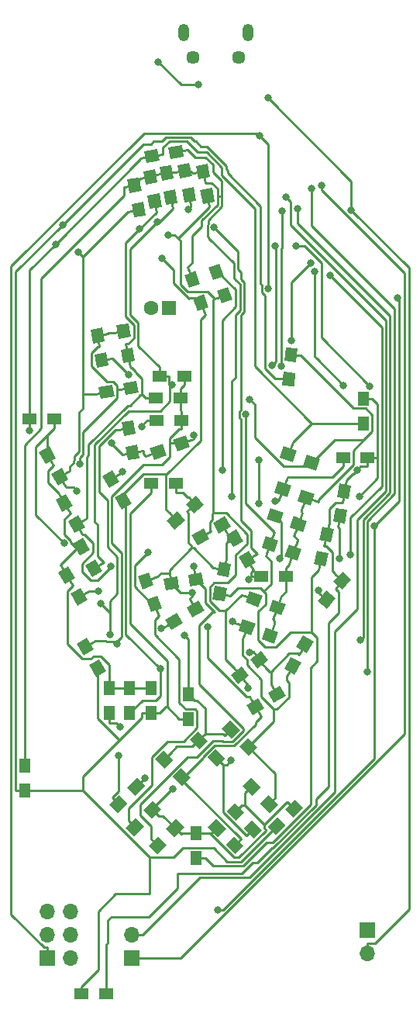
<source format=gbr>
%TF.GenerationSoftware,KiCad,Pcbnew,5.1.9*%
%TF.CreationDate,2020-12-30T12:44:33+01:00*%
%TF.ProjectId,afterglow_replay,61667465-7267-46c6-9f77-5f7265706c61,rev?*%
%TF.SameCoordinates,Original*%
%TF.FileFunction,Copper,L1,Top*%
%TF.FilePolarity,Positive*%
%FSLAX46Y46*%
G04 Gerber Fmt 4.6, Leading zero omitted, Abs format (unit mm)*
G04 Created by KiCad (PCBNEW 5.1.9) date 2020-12-30 12:44:33*
%MOMM*%
%LPD*%
G01*
G04 APERTURE LIST*
%TA.AperFunction,ComponentPad*%
%ADD10O,1.200000X1.900000*%
%TD*%
%TA.AperFunction,ComponentPad*%
%ADD11C,1.450000*%
%TD*%
%TA.AperFunction,ComponentPad*%
%ADD12C,1.600000*%
%TD*%
%TA.AperFunction,ComponentPad*%
%ADD13R,1.600000X1.600000*%
%TD*%
%TA.AperFunction,ComponentPad*%
%ADD14O,1.700000X1.700000*%
%TD*%
%TA.AperFunction,ComponentPad*%
%ADD15R,1.700000X1.700000*%
%TD*%
%TA.AperFunction,SMDPad,CuDef*%
%ADD16R,1.500000X1.300000*%
%TD*%
%TA.AperFunction,SMDPad,CuDef*%
%ADD17C,0.100000*%
%TD*%
%TA.AperFunction,SMDPad,CuDef*%
%ADD18R,1.300000X1.500000*%
%TD*%
%TA.AperFunction,ViaPad*%
%ADD19C,0.800000*%
%TD*%
%TA.AperFunction,Conductor*%
%ADD20C,0.250000*%
%TD*%
G04 APERTURE END LIST*
D10*
%TO.P,USB PWR,6*%
%TO.N,Net-(J4-Pad6)*%
X136900000Y-46050000D03*
X129900000Y-46050000D03*
D11*
X135900000Y-48750000D03*
X130900000Y-48750000D03*
%TD*%
D12*
%TO.P,C2,2*%
%TO.N,+3V3*%
X126300000Y-76100000D03*
D13*
%TO.P,C2,1*%
%TO.N,GND*%
X128300000Y-76100000D03*
%TD*%
D14*
%TO.P,PWR,2*%
%TO.N,GND*%
X150000000Y-146540000D03*
D15*
%TO.P,PWR,1*%
%TO.N,+3V3*%
X150000000Y-144000000D03*
%TD*%
D14*
%TO.P,ISP,6*%
%TO.N,GND*%
X117540000Y-141920000D03*
%TO.P,ISP,5*%
%TO.N,/RESET*%
X115000000Y-141920000D03*
%TO.P,ISP,4*%
%TO.N,/MOSI*%
X117540000Y-144460000D03*
%TO.P,ISP,3*%
%TO.N,/SCK*%
X115000000Y-144460000D03*
%TO.P,ISP,2*%
%TO.N,+3V3*%
X117540000Y-147000000D03*
D15*
%TO.P,ISP,1*%
%TO.N,/MISO*%
X115000000Y-147000000D03*
%TD*%
D14*
%TO.P,SER,2*%
%TO.N,Net-(J2-Pad2)*%
X124250000Y-144460000D03*
D15*
%TO.P,SER,1*%
%TO.N,Net-(J2-Pad1)*%
X124250000Y-147000000D03*
%TD*%
D16*
%TO.P,D88,2*%
%TO.N,Net-(D81-Pad2)*%
X121450000Y-150900000D03*
%TO.P,D88,1*%
%TO.N,Net-(D18-Pad1)*%
X118750000Y-150900000D03*
%TD*%
%TA.AperFunction,SMDPad,CuDef*%
D17*
%TO.P,D87,2*%
%TO.N,Net-(D81-Pad2)*%
G36*
X122887917Y-95055385D02*
G01*
X121762083Y-95705385D01*
X121012083Y-94406347D01*
X122137917Y-93756347D01*
X122887917Y-95055385D01*
G37*
%TD.AperFunction*%
%TA.AperFunction,SMDPad,CuDef*%
%TO.P,D87,1*%
%TO.N,Net-(D17-Pad1)*%
G36*
X124237917Y-97393653D02*
G01*
X123112083Y-98043653D01*
X122362083Y-96744615D01*
X123487917Y-96094615D01*
X124237917Y-97393653D01*
G37*
%TD.AperFunction*%
%TD*%
%TA.AperFunction,SMDPad,CuDef*%
%TO.P,D86,2*%
%TO.N,Net-(D81-Pad2)*%
G36*
X134305588Y-72613871D02*
G01*
X133083988Y-73058498D01*
X132570958Y-71648959D01*
X133792558Y-71204332D01*
X134305588Y-72613871D01*
G37*
%TD.AperFunction*%
%TA.AperFunction,SMDPad,CuDef*%
%TO.P,D86,1*%
%TO.N,Net-(D16-Pad1)*%
G36*
X135229042Y-75151041D02*
G01*
X134007442Y-75595668D01*
X133494412Y-74186129D01*
X134716012Y-73741502D01*
X135229042Y-75151041D01*
G37*
%TD.AperFunction*%
%TD*%
%TA.AperFunction,SMDPad,CuDef*%
%TO.P,D85,2*%
%TO.N,Net-(D81-Pad2)*%
G36*
X147251601Y-106824185D02*
G01*
X146255743Y-105988561D01*
X147219925Y-104839495D01*
X148215783Y-105675119D01*
X147251601Y-106824185D01*
G37*
%TD.AperFunction*%
%TA.AperFunction,SMDPad,CuDef*%
%TO.P,D85,1*%
%TO.N,Net-(D15-Pad1)*%
G36*
X145516075Y-108892505D02*
G01*
X144520217Y-108056881D01*
X145484399Y-106907815D01*
X146480257Y-107743439D01*
X145516075Y-108892505D01*
G37*
%TD.AperFunction*%
%TD*%
%TA.AperFunction,SMDPad,CuDef*%
%TO.P,D84,2*%
%TO.N,Net-(D81-Pad2)*%
G36*
X145968311Y-101661596D02*
G01*
X144701630Y-101369159D01*
X145039057Y-99907604D01*
X146305738Y-100200041D01*
X145968311Y-101661596D01*
G37*
%TD.AperFunction*%
%TA.AperFunction,SMDPad,CuDef*%
%TO.P,D84,1*%
%TO.N,Net-(D14-Pad1)*%
G36*
X145360943Y-104292396D02*
G01*
X144094262Y-103999959D01*
X144431689Y-102538404D01*
X145698370Y-102830841D01*
X145360943Y-104292396D01*
G37*
%TD.AperFunction*%
%TD*%
%TA.AperFunction,SMDPad,CuDef*%
%TO.P,D83,2*%
%TO.N,Net-(D81-Pad2)*%
G36*
X147944314Y-96921987D02*
G01*
X146664064Y-96696244D01*
X146924536Y-95219033D01*
X148204786Y-95444776D01*
X147944314Y-96921987D01*
G37*
%TD.AperFunction*%
%TA.AperFunction,SMDPad,CuDef*%
%TO.P,D83,1*%
%TO.N,Net-(D13-Pad1)*%
G36*
X147475464Y-99580967D02*
G01*
X146195214Y-99355224D01*
X146455686Y-97878013D01*
X147735936Y-98103756D01*
X147475464Y-99580967D01*
G37*
%TD.AperFunction*%
%TD*%
D16*
%TO.P,D82,2*%
%TO.N,Net-(D81-Pad2)*%
X150000000Y-92400000D03*
%TO.P,D82,1*%
%TO.N,Net-(D12-Pad1)*%
X147300000Y-92400000D03*
%TD*%
D18*
%TO.P,D81,2*%
%TO.N,Net-(D81-Pad2)*%
X149500000Y-85950000D03*
%TO.P,D81,1*%
%TO.N,Net-(D11-Pad1)*%
X149500000Y-88650000D03*
%TD*%
%TO.P,D78,2*%
%TO.N,Net-(D71-Pad2)*%
X126300000Y-117550000D03*
%TO.P,D78,1*%
%TO.N,Net-(D18-Pad1)*%
X126300000Y-120250000D03*
%TD*%
%TO.P,D77,2*%
%TO.N,Net-(D71-Pad2)*%
X124000000Y-117550000D03*
%TO.P,D77,1*%
%TO.N,Net-(D17-Pad1)*%
X124000000Y-120250000D03*
%TD*%
%TO.P,D76,2*%
%TO.N,Net-(D71-Pad2)*%
X121800000Y-117550000D03*
%TO.P,D76,1*%
%TO.N,Net-(D16-Pad1)*%
X121800000Y-120250000D03*
%TD*%
%TA.AperFunction,SMDPad,CuDef*%
D17*
%TO.P,D75,2*%
%TO.N,Net-(D71-Pad2)*%
G36*
X118062917Y-105555385D02*
G01*
X116937083Y-106205385D01*
X116187083Y-104906347D01*
X117312917Y-104256347D01*
X118062917Y-105555385D01*
G37*
%TD.AperFunction*%
%TA.AperFunction,SMDPad,CuDef*%
%TO.P,D75,1*%
%TO.N,Net-(D15-Pad1)*%
G36*
X119412917Y-107893653D02*
G01*
X118287083Y-108543653D01*
X117537083Y-107244615D01*
X118662917Y-106594615D01*
X119412917Y-107893653D01*
G37*
%TD.AperFunction*%
%TD*%
%TA.AperFunction,SMDPad,CuDef*%
%TO.P,D74,2*%
%TO.N,Net-(D71-Pad2)*%
G36*
X119662917Y-102455385D02*
G01*
X118537083Y-103105385D01*
X117787083Y-101806347D01*
X118912917Y-101156347D01*
X119662917Y-102455385D01*
G37*
%TD.AperFunction*%
%TA.AperFunction,SMDPad,CuDef*%
%TO.P,D74,1*%
%TO.N,Net-(D14-Pad1)*%
G36*
X121012917Y-104793653D02*
G01*
X119887083Y-105443653D01*
X119137083Y-104144615D01*
X120262917Y-103494615D01*
X121012917Y-104793653D01*
G37*
%TD.AperFunction*%
%TD*%
%TA.AperFunction,SMDPad,CuDef*%
%TO.P,D73,2*%
%TO.N,Net-(D71-Pad2)*%
G36*
X117762917Y-97655385D02*
G01*
X116637083Y-98305385D01*
X115887083Y-97006347D01*
X117012917Y-96356347D01*
X117762917Y-97655385D01*
G37*
%TD.AperFunction*%
%TA.AperFunction,SMDPad,CuDef*%
%TO.P,D73,1*%
%TO.N,Net-(D13-Pad1)*%
G36*
X119112917Y-99993653D02*
G01*
X117987083Y-100643653D01*
X117237083Y-99344615D01*
X118362917Y-98694615D01*
X119112917Y-99993653D01*
G37*
%TD.AperFunction*%
%TD*%
%TA.AperFunction,SMDPad,CuDef*%
%TO.P,D72,2*%
%TO.N,Net-(D71-Pad2)*%
G36*
X115962917Y-92455385D02*
G01*
X114837083Y-93105385D01*
X114087083Y-91806347D01*
X115212917Y-91156347D01*
X115962917Y-92455385D01*
G37*
%TD.AperFunction*%
%TA.AperFunction,SMDPad,CuDef*%
%TO.P,D72,1*%
%TO.N,Net-(D12-Pad1)*%
G36*
X117312917Y-94793653D02*
G01*
X116187083Y-95443653D01*
X115437083Y-94144615D01*
X116562917Y-93494615D01*
X117312917Y-94793653D01*
G37*
%TD.AperFunction*%
%TD*%
D16*
%TO.P,D71,2*%
%TO.N,Net-(D71-Pad2)*%
X115750000Y-88200000D03*
%TO.P,D71,1*%
%TO.N,Net-(D11-Pad1)*%
X113050000Y-88200000D03*
%TD*%
%TA.AperFunction,SMDPad,CuDef*%
D17*
%TO.P,D68,2*%
%TO.N,Net-(D61-Pad2)*%
G36*
X142199820Y-81958934D02*
G01*
X140904767Y-81845632D01*
X141035500Y-80351340D01*
X142330553Y-80464642D01*
X142199820Y-81958934D01*
G37*
%TD.AperFunction*%
%TA.AperFunction,SMDPad,CuDef*%
%TO.P,D68,1*%
%TO.N,Net-(D18-Pad1)*%
G36*
X141964500Y-84648660D02*
G01*
X140669447Y-84535358D01*
X140800180Y-83041066D01*
X142095233Y-83154368D01*
X141964500Y-84648660D01*
G37*
%TD.AperFunction*%
%TD*%
%TA.AperFunction,SMDPad,CuDef*%
%TO.P,D67,2*%
%TO.N,Net-(D61-Pad2)*%
G36*
X138410502Y-112178012D02*
G01*
X138855129Y-110956412D01*
X140264668Y-111469442D01*
X139820041Y-112691042D01*
X138410502Y-112178012D01*
G37*
%TD.AperFunction*%
%TA.AperFunction,SMDPad,CuDef*%
%TO.P,D67,1*%
%TO.N,Net-(D17-Pad1)*%
G36*
X135873332Y-111254558D02*
G01*
X136317959Y-110032958D01*
X137727498Y-110545988D01*
X137282871Y-111767588D01*
X135873332Y-111254558D01*
G37*
%TD.AperFunction*%
%TD*%
%TA.AperFunction,SMDPad,CuDef*%
%TO.P,D66,2*%
%TO.N,Net-(D61-Pad2)*%
G36*
X139191502Y-109116012D02*
G01*
X139636129Y-107894412D01*
X141045668Y-108407442D01*
X140601041Y-109629042D01*
X139191502Y-109116012D01*
G37*
%TD.AperFunction*%
%TA.AperFunction,SMDPad,CuDef*%
%TO.P,D66,1*%
%TO.N,Net-(D16-Pad1)*%
G36*
X136654332Y-108192558D02*
G01*
X137098959Y-106970958D01*
X138508498Y-107483988D01*
X138063871Y-108705588D01*
X136654332Y-108192558D01*
G37*
%TD.AperFunction*%
%TD*%
D16*
%TO.P,D65,2*%
%TO.N,Net-(D61-Pad2)*%
X141050000Y-105400000D03*
%TO.P,D65,1*%
%TO.N,Net-(D15-Pad1)*%
X138350000Y-105400000D03*
%TD*%
%TA.AperFunction,SMDPad,CuDef*%
D17*
%TO.P,D64,2*%
%TO.N,Net-(D61-Pad2)*%
G36*
X140941502Y-103116012D02*
G01*
X141386129Y-101894412D01*
X142795668Y-102407442D01*
X142351041Y-103629042D01*
X140941502Y-103116012D01*
G37*
%TD.AperFunction*%
%TA.AperFunction,SMDPad,CuDef*%
%TO.P,D64,1*%
%TO.N,Net-(D14-Pad1)*%
G36*
X138404332Y-102192558D02*
G01*
X138848959Y-100970958D01*
X140258498Y-101483988D01*
X139813871Y-102705588D01*
X138404332Y-102192558D01*
G37*
%TD.AperFunction*%
%TD*%
%TA.AperFunction,SMDPad,CuDef*%
%TO.P,D63,2*%
%TO.N,Net-(D61-Pad2)*%
G36*
X141491502Y-100016012D02*
G01*
X141936129Y-98794412D01*
X143345668Y-99307442D01*
X142901041Y-100529042D01*
X141491502Y-100016012D01*
G37*
%TD.AperFunction*%
%TA.AperFunction,SMDPad,CuDef*%
%TO.P,D63,1*%
%TO.N,Net-(D13-Pad1)*%
G36*
X138954332Y-99092558D02*
G01*
X139398959Y-97870958D01*
X140808498Y-98383988D01*
X140363871Y-99605588D01*
X138954332Y-99092558D01*
G37*
%TD.AperFunction*%
%TD*%
%TA.AperFunction,SMDPad,CuDef*%
%TO.P,D62,2*%
%TO.N,Net-(D61-Pad2)*%
G36*
X142341502Y-97116012D02*
G01*
X142786129Y-95894412D01*
X144195668Y-96407442D01*
X143751041Y-97629042D01*
X142341502Y-97116012D01*
G37*
%TD.AperFunction*%
%TA.AperFunction,SMDPad,CuDef*%
%TO.P,D62,1*%
%TO.N,Net-(D12-Pad1)*%
G36*
X139804332Y-96192558D02*
G01*
X140248959Y-94970958D01*
X141658498Y-95483988D01*
X141213871Y-96705588D01*
X139804332Y-96192558D01*
G37*
%TD.AperFunction*%
%TD*%
%TA.AperFunction,SMDPad,CuDef*%
%TO.P,D61,2*%
%TO.N,Net-(D61-Pad2)*%
G36*
X142941502Y-93316012D02*
G01*
X143386129Y-92094412D01*
X144795668Y-92607442D01*
X144351041Y-93829042D01*
X142941502Y-93316012D01*
G37*
%TD.AperFunction*%
%TA.AperFunction,SMDPad,CuDef*%
%TO.P,D61,1*%
%TO.N,Net-(D11-Pad1)*%
G36*
X140404332Y-92392558D02*
G01*
X140848959Y-91170958D01*
X142258498Y-91683988D01*
X141813871Y-92905588D01*
X140404332Y-92392558D01*
G37*
%TD.AperFunction*%
%TD*%
%TA.AperFunction,SMDPad,CuDef*%
%TO.P,D58,2*%
%TO.N,Net-(D51-Pad2)*%
G36*
X120062917Y-113355385D02*
G01*
X118937083Y-114005385D01*
X118187083Y-112706347D01*
X119312917Y-112056347D01*
X120062917Y-113355385D01*
G37*
%TD.AperFunction*%
%TA.AperFunction,SMDPad,CuDef*%
%TO.P,D58,1*%
%TO.N,Net-(D18-Pad1)*%
G36*
X121412917Y-115693653D02*
G01*
X120287083Y-116343653D01*
X119537083Y-115044615D01*
X120662917Y-114394615D01*
X121412917Y-115693653D01*
G37*
%TD.AperFunction*%
%TD*%
%TA.AperFunction,SMDPad,CuDef*%
%TO.P,D57,2*%
%TO.N,Net-(D51-Pad2)*%
G36*
X143337917Y-113736385D02*
G01*
X142212083Y-113086385D01*
X142962083Y-111787347D01*
X144087917Y-112437347D01*
X143337917Y-113736385D01*
G37*
%TD.AperFunction*%
%TA.AperFunction,SMDPad,CuDef*%
%TO.P,D57,1*%
%TO.N,Net-(D17-Pad1)*%
G36*
X141987917Y-116074653D02*
G01*
X140862083Y-115424653D01*
X141612083Y-114125615D01*
X142737917Y-114775615D01*
X141987917Y-116074653D01*
G37*
%TD.AperFunction*%
%TD*%
%TA.AperFunction,SMDPad,CuDef*%
%TO.P,D56,2*%
%TO.N,Net-(D51-Pad2)*%
G36*
X137972987Y-115442810D02*
G01*
X137172627Y-114418396D01*
X138354643Y-113494904D01*
X139155003Y-114519318D01*
X137972987Y-115442810D01*
G37*
%TD.AperFunction*%
%TA.AperFunction,SMDPad,CuDef*%
%TO.P,D56,1*%
%TO.N,Net-(D16-Pad1)*%
G36*
X135845357Y-117105096D02*
G01*
X135044997Y-116080682D01*
X136227013Y-115157190D01*
X137027373Y-116181604D01*
X135845357Y-117105096D01*
G37*
%TD.AperFunction*%
%TD*%
%TA.AperFunction,SMDPad,CuDef*%
%TO.P,D55,2*%
%TO.N,Net-(D51-Pad2)*%
G36*
X139744615Y-119162917D02*
G01*
X139094615Y-118037083D01*
X140393653Y-117287083D01*
X141043653Y-118412917D01*
X139744615Y-119162917D01*
G37*
%TD.AperFunction*%
%TA.AperFunction,SMDPad,CuDef*%
%TO.P,D55,1*%
%TO.N,Net-(D15-Pad1)*%
G36*
X137406347Y-120512917D02*
G01*
X136756347Y-119387083D01*
X138055385Y-118637083D01*
X138705385Y-119762917D01*
X137406347Y-120512917D01*
G37*
%TD.AperFunction*%
%TD*%
D16*
%TO.P,D54,2*%
%TO.N,Net-(D51-Pad2)*%
X129950000Y-83500000D03*
%TO.P,D54,1*%
%TO.N,Net-(D14-Pad1)*%
X127250000Y-83500000D03*
%TD*%
%TO.P,D53,2*%
%TO.N,Net-(D51-Pad2)*%
X129550000Y-85900000D03*
%TO.P,D53,1*%
%TO.N,Net-(D13-Pad1)*%
X126850000Y-85900000D03*
%TD*%
%TO.P,D52,2*%
%TO.N,Net-(D51-Pad2)*%
X129650000Y-88300000D03*
%TO.P,D52,1*%
%TO.N,Net-(D12-Pad1)*%
X126950000Y-88300000D03*
%TD*%
%TA.AperFunction,SMDPad,CuDef*%
D17*
%TO.P,D51,2*%
%TO.N,Net-(D51-Pad2)*%
G36*
X129186129Y-91705588D02*
G01*
X128741502Y-90483988D01*
X130151041Y-89970958D01*
X130595668Y-91192558D01*
X129186129Y-91705588D01*
G37*
%TD.AperFunction*%
%TA.AperFunction,SMDPad,CuDef*%
%TO.P,D51,1*%
%TO.N,Net-(D11-Pad1)*%
G36*
X126648959Y-92629042D02*
G01*
X126204332Y-91407442D01*
X127613871Y-90894412D01*
X128058498Y-92116012D01*
X126648959Y-92629042D01*
G37*
%TD.AperFunction*%
%TD*%
D16*
%TO.P,D48,2*%
%TO.N,Net-(D41-Pad2)*%
X129050000Y-95200000D03*
%TO.P,D48,1*%
%TO.N,Net-(D18-Pad1)*%
X126350000Y-95200000D03*
%TD*%
%TA.AperFunction,SMDPad,CuDef*%
D17*
%TO.P,D47,2*%
%TO.N,Net-(D41-Pad2)*%
G36*
X130977439Y-98512257D02*
G01*
X130141815Y-97516399D01*
X131290881Y-96552217D01*
X132126505Y-97548075D01*
X130977439Y-98512257D01*
G37*
%TD.AperFunction*%
%TA.AperFunction,SMDPad,CuDef*%
%TO.P,D47,1*%
%TO.N,Net-(D17-Pad1)*%
G36*
X128909119Y-100247783D02*
G01*
X128073495Y-99251925D01*
X129222561Y-98287743D01*
X130058185Y-99283601D01*
X128909119Y-100247783D01*
G37*
%TD.AperFunction*%
%TD*%
%TA.AperFunction,SMDPad,CuDef*%
%TO.P,D46,2*%
%TO.N,Net-(D41-Pad2)*%
G36*
X133744615Y-100662917D02*
G01*
X133094615Y-99537083D01*
X134393653Y-98787083D01*
X135043653Y-99912917D01*
X133744615Y-100662917D01*
G37*
%TD.AperFunction*%
%TA.AperFunction,SMDPad,CuDef*%
%TO.P,D46,1*%
%TO.N,Net-(D16-Pad1)*%
G36*
X131406347Y-102012917D02*
G01*
X130756347Y-100887083D01*
X132055385Y-100137083D01*
X132705385Y-101262917D01*
X131406347Y-102012917D01*
G37*
%TD.AperFunction*%
%TD*%
%TA.AperFunction,SMDPad,CuDef*%
%TO.P,D45,2*%
%TO.N,Net-(D41-Pad2)*%
G36*
X136437917Y-101524385D02*
G01*
X135312083Y-102174385D01*
X134562083Y-100875347D01*
X135687917Y-100225347D01*
X136437917Y-101524385D01*
G37*
%TD.AperFunction*%
%TA.AperFunction,SMDPad,CuDef*%
%TO.P,D45,1*%
%TO.N,Net-(D15-Pad1)*%
G36*
X137787917Y-103862653D02*
G01*
X136662083Y-104512653D01*
X135912083Y-103213615D01*
X137037917Y-102563615D01*
X137787917Y-103862653D01*
G37*
%TD.AperFunction*%
%TD*%
%TA.AperFunction,SMDPad,CuDef*%
%TO.P,D44,2*%
%TO.N,Net-(D41-Pad2)*%
G36*
X134810314Y-105450987D02*
G01*
X133530064Y-105225244D01*
X133790536Y-103748033D01*
X135070786Y-103973776D01*
X134810314Y-105450987D01*
G37*
%TD.AperFunction*%
%TA.AperFunction,SMDPad,CuDef*%
%TO.P,D44,1*%
%TO.N,Net-(D14-Pad1)*%
G36*
X134341464Y-108109967D02*
G01*
X133061214Y-107884224D01*
X133321686Y-106407013D01*
X134601936Y-106632756D01*
X134341464Y-108109967D01*
G37*
%TD.AperFunction*%
%TD*%
%TA.AperFunction,SMDPad,CuDef*%
%TO.P,D43,2*%
%TO.N,Net-(D41-Pad2)*%
G36*
X129196244Y-105364064D02*
G01*
X129421987Y-106644314D01*
X127944776Y-106904786D01*
X127719033Y-105624536D01*
X129196244Y-105364064D01*
G37*
%TD.AperFunction*%
%TA.AperFunction,SMDPad,CuDef*%
%TO.P,D43,1*%
%TO.N,Net-(D13-Pad1)*%
G36*
X131855224Y-104895214D02*
G01*
X132080967Y-106175464D01*
X130603756Y-106435936D01*
X130378013Y-105155686D01*
X131855224Y-104895214D01*
G37*
%TD.AperFunction*%
%TD*%
%TA.AperFunction,SMDPad,CuDef*%
%TO.P,D42,2*%
%TO.N,Net-(D41-Pad2)*%
G36*
X126605588Y-106313871D02*
G01*
X125383988Y-106758498D01*
X124870958Y-105348959D01*
X126092558Y-104904332D01*
X126605588Y-106313871D01*
G37*
%TD.AperFunction*%
%TA.AperFunction,SMDPad,CuDef*%
%TO.P,D42,1*%
%TO.N,Net-(D12-Pad1)*%
G36*
X127529042Y-108851041D02*
G01*
X126307442Y-109295668D01*
X125794412Y-107886129D01*
X127016012Y-107441502D01*
X127529042Y-108851041D01*
G37*
%TD.AperFunction*%
%TD*%
%TA.AperFunction,SMDPad,CuDef*%
%TO.P,D41,2*%
%TO.N,Net-(D41-Pad2)*%
G36*
X130844615Y-109862917D02*
G01*
X130194615Y-108737083D01*
X131493653Y-107987083D01*
X132143653Y-109112917D01*
X130844615Y-109862917D01*
G37*
%TD.AperFunction*%
%TA.AperFunction,SMDPad,CuDef*%
%TO.P,D41,1*%
%TO.N,Net-(D11-Pad1)*%
G36*
X128506347Y-111212917D02*
G01*
X127856347Y-110087083D01*
X129155385Y-109337083D01*
X129805385Y-110462917D01*
X128506347Y-111212917D01*
G37*
%TD.AperFunction*%
%TD*%
D18*
%TO.P,D38,2*%
%TO.N,Net-(D31-Pad2)*%
X130400000Y-118250000D03*
%TO.P,D38,1*%
%TO.N,Net-(D18-Pad1)*%
X130400000Y-120950000D03*
%TD*%
%TA.AperFunction,SMDPad,CuDef*%
D17*
%TO.P,D37,2*%
%TO.N,Net-(D31-Pad2)*%
G36*
X136035355Y-122116117D02*
G01*
X135116117Y-123035355D01*
X134055457Y-121974695D01*
X134974695Y-121055457D01*
X136035355Y-122116117D01*
G37*
%TD.AperFunction*%
%TA.AperFunction,SMDPad,CuDef*%
%TO.P,D37,1*%
%TO.N,Net-(D17-Pad1)*%
G36*
X137944543Y-124025305D02*
G01*
X137025305Y-124944543D01*
X135964645Y-123883883D01*
X136883883Y-122964645D01*
X137944543Y-124025305D01*
G37*
%TD.AperFunction*%
%TD*%
%TA.AperFunction,SMDPad,CuDef*%
%TO.P,D36,2*%
%TO.N,Net-(D31-Pad2)*%
G36*
X132535355Y-123316117D02*
G01*
X131616117Y-124235355D01*
X130555457Y-123174695D01*
X131474695Y-122255457D01*
X132535355Y-123316117D01*
G37*
%TD.AperFunction*%
%TA.AperFunction,SMDPad,CuDef*%
%TO.P,D36,1*%
%TO.N,Net-(D16-Pad1)*%
G36*
X134444543Y-125225305D02*
G01*
X133525305Y-126144543D01*
X132464645Y-125083883D01*
X133383883Y-124164645D01*
X134444543Y-125225305D01*
G37*
%TD.AperFunction*%
%TD*%
%TA.AperFunction,SMDPad,CuDef*%
%TO.P,D35,2*%
%TO.N,Net-(D31-Pad2)*%
G36*
X128735355Y-125416117D02*
G01*
X127816117Y-126335355D01*
X126755457Y-125274695D01*
X127674695Y-124355457D01*
X128735355Y-125416117D01*
G37*
%TD.AperFunction*%
%TA.AperFunction,SMDPad,CuDef*%
%TO.P,D35,1*%
%TO.N,Net-(D15-Pad1)*%
G36*
X130644543Y-127325305D02*
G01*
X129725305Y-128244543D01*
X128664645Y-127183883D01*
X129583883Y-126264645D01*
X130644543Y-127325305D01*
G37*
%TD.AperFunction*%
%TD*%
%TA.AperFunction,SMDPad,CuDef*%
%TO.P,D34,2*%
%TO.N,Net-(D31-Pad2)*%
G36*
X121235936Y-79696244D02*
G01*
X119955686Y-79921987D01*
X119695214Y-78444776D01*
X120975464Y-78219033D01*
X121235936Y-79696244D01*
G37*
%TD.AperFunction*%
%TA.AperFunction,SMDPad,CuDef*%
%TO.P,D34,1*%
%TO.N,Net-(D14-Pad1)*%
G36*
X121704786Y-82355224D02*
G01*
X120424536Y-82580967D01*
X120164064Y-81103756D01*
X121444314Y-80878013D01*
X121704786Y-82355224D01*
G37*
%TD.AperFunction*%
%TD*%
%TA.AperFunction,SMDPad,CuDef*%
%TO.P,D33,2*%
%TO.N,Net-(D31-Pad2)*%
G36*
X124101936Y-79196244D02*
G01*
X122821686Y-79421987D01*
X122561214Y-77944776D01*
X123841464Y-77719033D01*
X124101936Y-79196244D01*
G37*
%TD.AperFunction*%
%TA.AperFunction,SMDPad,CuDef*%
%TO.P,D33,1*%
%TO.N,Net-(D13-Pad1)*%
G36*
X124570786Y-81855224D02*
G01*
X123290536Y-82080967D01*
X123030064Y-80603756D01*
X124310314Y-80378013D01*
X124570786Y-81855224D01*
G37*
%TD.AperFunction*%
%TD*%
%TA.AperFunction,SMDPad,CuDef*%
%TO.P,D32,2*%
%TO.N,Net-(D31-Pad2)*%
G36*
X123503756Y-85535936D02*
G01*
X123278013Y-84255686D01*
X124755224Y-83995214D01*
X124980967Y-85275464D01*
X123503756Y-85535936D01*
G37*
%TD.AperFunction*%
%TA.AperFunction,SMDPad,CuDef*%
%TO.P,D32,1*%
%TO.N,Net-(D12-Pad1)*%
G36*
X120844776Y-86004786D02*
G01*
X120619033Y-84724536D01*
X122096244Y-84464064D01*
X122321987Y-85744314D01*
X120844776Y-86004786D01*
G37*
%TD.AperFunction*%
%TD*%
%TA.AperFunction,SMDPad,CuDef*%
%TO.P,D31,2*%
%TO.N,Net-(D31-Pad2)*%
G36*
X124635936Y-89796244D02*
G01*
X123355686Y-90021987D01*
X123095214Y-88544776D01*
X124375464Y-88319033D01*
X124635936Y-89796244D01*
G37*
%TD.AperFunction*%
%TA.AperFunction,SMDPad,CuDef*%
%TO.P,D31,1*%
%TO.N,Net-(D11-Pad1)*%
G36*
X125104786Y-92455224D02*
G01*
X123824536Y-92680967D01*
X123564064Y-91203756D01*
X124844314Y-90978013D01*
X125104786Y-92455224D01*
G37*
%TD.AperFunction*%
%TD*%
D18*
%TO.P,D28,2*%
%TO.N,Net-(D21-Pad2)*%
X112500000Y-126050000D03*
%TO.P,D28,1*%
%TO.N,Net-(D18-Pad1)*%
X112500000Y-128750000D03*
%TD*%
%TA.AperFunction,SMDPad,CuDef*%
D17*
%TO.P,D27,2*%
%TO.N,Net-(D21-Pad2)*%
G36*
X131693588Y-73445271D02*
G01*
X130471988Y-73889898D01*
X129958958Y-72480359D01*
X131180558Y-72035732D01*
X131693588Y-73445271D01*
G37*
%TD.AperFunction*%
%TA.AperFunction,SMDPad,CuDef*%
%TO.P,D27,1*%
%TO.N,Net-(D17-Pad1)*%
G36*
X132617042Y-75982441D02*
G01*
X131395442Y-76427068D01*
X130882412Y-75017529D01*
X132104012Y-74572902D01*
X132617042Y-75982441D01*
G37*
%TD.AperFunction*%
%TD*%
%TA.AperFunction,SMDPad,CuDef*%
%TO.P,D26,2*%
%TO.N,Net-(D21-Pad2)*%
G36*
X132785936Y-61796244D02*
G01*
X131505686Y-62021987D01*
X131245214Y-60544776D01*
X132525464Y-60319033D01*
X132785936Y-61796244D01*
G37*
%TD.AperFunction*%
%TA.AperFunction,SMDPad,CuDef*%
%TO.P,D26,1*%
%TO.N,Net-(D16-Pad1)*%
G36*
X133254786Y-64455224D02*
G01*
X131974536Y-64680967D01*
X131714064Y-63203756D01*
X132994314Y-62978013D01*
X133254786Y-64455224D01*
G37*
%TD.AperFunction*%
%TD*%
%TA.AperFunction,SMDPad,CuDef*%
%TO.P,D25,2*%
%TO.N,Net-(D21-Pad2)*%
G36*
X130785936Y-61696244D02*
G01*
X129505686Y-61921987D01*
X129245214Y-60444776D01*
X130525464Y-60219033D01*
X130785936Y-61696244D01*
G37*
%TD.AperFunction*%
%TA.AperFunction,SMDPad,CuDef*%
%TO.P,D25,1*%
%TO.N,Net-(D15-Pad1)*%
G36*
X131254786Y-64355224D02*
G01*
X129974536Y-64580967D01*
X129714064Y-63103756D01*
X130994314Y-62878013D01*
X131254786Y-64355224D01*
G37*
%TD.AperFunction*%
%TD*%
%TA.AperFunction,SMDPad,CuDef*%
%TO.P,D24,2*%
%TO.N,Net-(D21-Pad2)*%
G36*
X128785936Y-61946244D02*
G01*
X127505686Y-62171987D01*
X127245214Y-60694776D01*
X128525464Y-60469033D01*
X128785936Y-61946244D01*
G37*
%TD.AperFunction*%
%TA.AperFunction,SMDPad,CuDef*%
%TO.P,D24,1*%
%TO.N,Net-(D14-Pad1)*%
G36*
X129254786Y-64605224D02*
G01*
X127974536Y-64830967D01*
X127714064Y-63353756D01*
X128994314Y-63128013D01*
X129254786Y-64605224D01*
G37*
%TD.AperFunction*%
%TD*%
%TA.AperFunction,SMDPad,CuDef*%
%TO.P,D23,2*%
%TO.N,Net-(D21-Pad2)*%
G36*
X127019936Y-62375744D02*
G01*
X125739686Y-62601487D01*
X125479214Y-61124276D01*
X126759464Y-60898533D01*
X127019936Y-62375744D01*
G37*
%TD.AperFunction*%
%TA.AperFunction,SMDPad,CuDef*%
%TO.P,D23,1*%
%TO.N,Net-(D13-Pad1)*%
G36*
X127488786Y-65034724D02*
G01*
X126208536Y-65260467D01*
X125948064Y-63783256D01*
X127228314Y-63557513D01*
X127488786Y-65034724D01*
G37*
%TD.AperFunction*%
%TD*%
%TA.AperFunction,SMDPad,CuDef*%
%TO.P,D22,2*%
%TO.N,Net-(D21-Pad2)*%
G36*
X125285936Y-63296244D02*
G01*
X124005686Y-63521987D01*
X123745214Y-62044776D01*
X125025464Y-61819033D01*
X125285936Y-63296244D01*
G37*
%TD.AperFunction*%
%TA.AperFunction,SMDPad,CuDef*%
%TO.P,D22,1*%
%TO.N,Net-(D12-Pad1)*%
G36*
X125754786Y-65955224D02*
G01*
X124474536Y-66180967D01*
X124214064Y-64703756D01*
X125494314Y-64478013D01*
X125754786Y-65955224D01*
G37*
%TD.AperFunction*%
%TD*%
%TA.AperFunction,SMDPad,CuDef*%
%TO.P,D21,2*%
%TO.N,Net-(D21-Pad2)*%
G36*
X128453756Y-59785936D02*
G01*
X128228013Y-58505686D01*
X129705224Y-58245214D01*
X129930967Y-59525464D01*
X128453756Y-59785936D01*
G37*
%TD.AperFunction*%
%TA.AperFunction,SMDPad,CuDef*%
%TO.P,D21,1*%
%TO.N,Net-(D11-Pad1)*%
G36*
X125794776Y-60254786D02*
G01*
X125569033Y-58974536D01*
X127046244Y-58714064D01*
X127271987Y-59994314D01*
X125794776Y-60254786D01*
G37*
%TD.AperFunction*%
%TD*%
%TA.AperFunction,SMDPad,CuDef*%
%TO.P,D18,2*%
%TO.N,Net-(D11-Pad2)*%
G36*
X141883883Y-131685355D02*
G01*
X140964645Y-130766117D01*
X142025305Y-129705457D01*
X142944543Y-130624695D01*
X141883883Y-131685355D01*
G37*
%TD.AperFunction*%
%TA.AperFunction,SMDPad,CuDef*%
%TO.P,D18,1*%
%TO.N,Net-(D18-Pad1)*%
G36*
X139974695Y-133594543D02*
G01*
X139055457Y-132675305D01*
X140116117Y-131614645D01*
X141035355Y-132533883D01*
X139974695Y-133594543D01*
G37*
%TD.AperFunction*%
%TD*%
%TA.AperFunction,SMDPad,CuDef*%
%TO.P,D17,2*%
%TO.N,Net-(D11-Pad2)*%
G36*
X138285355Y-128366117D02*
G01*
X137366117Y-129285355D01*
X136305457Y-128224695D01*
X137224695Y-127305457D01*
X138285355Y-128366117D01*
G37*
%TD.AperFunction*%
%TA.AperFunction,SMDPad,CuDef*%
%TO.P,D17,1*%
%TO.N,Net-(D17-Pad1)*%
G36*
X140194543Y-130275305D02*
G01*
X139275305Y-131194543D01*
X138214645Y-130133883D01*
X139133883Y-129214645D01*
X140194543Y-130275305D01*
G37*
%TD.AperFunction*%
%TD*%
%TA.AperFunction,SMDPad,CuDef*%
%TO.P,D16,2*%
%TO.N,Net-(D11-Pad2)*%
G36*
X136535355Y-131116117D02*
G01*
X135616117Y-132035355D01*
X134555457Y-130974695D01*
X135474695Y-130055457D01*
X136535355Y-131116117D01*
G37*
%TD.AperFunction*%
%TA.AperFunction,SMDPad,CuDef*%
%TO.P,D16,1*%
%TO.N,Net-(D16-Pad1)*%
G36*
X138444543Y-133025305D02*
G01*
X137525305Y-133944543D01*
X136464645Y-132883883D01*
X137383883Y-131964645D01*
X138444543Y-133025305D01*
G37*
%TD.AperFunction*%
%TD*%
%TA.AperFunction,SMDPad,CuDef*%
%TO.P,D15,2*%
%TO.N,Net-(D11-Pad2)*%
G36*
X134535355Y-132866117D02*
G01*
X133616117Y-133785355D01*
X132555457Y-132724695D01*
X133474695Y-131805457D01*
X134535355Y-132866117D01*
G37*
%TD.AperFunction*%
%TA.AperFunction,SMDPad,CuDef*%
%TO.P,D15,1*%
%TO.N,Net-(D15-Pad1)*%
G36*
X136444543Y-134775305D02*
G01*
X135525305Y-135694543D01*
X134464645Y-134633883D01*
X135383883Y-133714645D01*
X136444543Y-134775305D01*
G37*
%TD.AperFunction*%
%TD*%
D18*
%TO.P,D14,2*%
%TO.N,Net-(D11-Pad2)*%
X131250000Y-133400000D03*
%TO.P,D14,1*%
%TO.N,Net-(D14-Pad1)*%
X131250000Y-136100000D03*
%TD*%
%TA.AperFunction,SMDPad,CuDef*%
D17*
%TO.P,D13,2*%
%TO.N,Net-(D11-Pad2)*%
G36*
X128883883Y-133785355D02*
G01*
X127964645Y-132866117D01*
X129025305Y-131805457D01*
X129944543Y-132724695D01*
X128883883Y-133785355D01*
G37*
%TD.AperFunction*%
%TA.AperFunction,SMDPad,CuDef*%
%TO.P,D13,1*%
%TO.N,Net-(D13-Pad1)*%
G36*
X126974695Y-135694543D02*
G01*
X126055457Y-134775305D01*
X127116117Y-133714645D01*
X128035355Y-134633883D01*
X126974695Y-135694543D01*
G37*
%TD.AperFunction*%
%TD*%
%TA.AperFunction,SMDPad,CuDef*%
%TO.P,D12,2*%
%TO.N,Net-(D11-Pad2)*%
G36*
X126383883Y-131785355D02*
G01*
X125464645Y-130866117D01*
X126525305Y-129805457D01*
X127444543Y-130724695D01*
X126383883Y-131785355D01*
G37*
%TD.AperFunction*%
%TA.AperFunction,SMDPad,CuDef*%
%TO.P,D12,1*%
%TO.N,Net-(D12-Pad1)*%
G36*
X124474695Y-133694543D02*
G01*
X123555457Y-132775305D01*
X124616117Y-131714645D01*
X125535355Y-132633883D01*
X124474695Y-133694543D01*
G37*
%TD.AperFunction*%
%TD*%
%TA.AperFunction,SMDPad,CuDef*%
%TO.P,D11,2*%
%TO.N,Net-(D11-Pad2)*%
G36*
X124633883Y-129285355D02*
G01*
X123714645Y-128366117D01*
X124775305Y-127305457D01*
X125694543Y-128224695D01*
X124633883Y-129285355D01*
G37*
%TD.AperFunction*%
%TA.AperFunction,SMDPad,CuDef*%
%TO.P,D11,1*%
%TO.N,Net-(D11-Pad1)*%
G36*
X122724695Y-131194543D02*
G01*
X121805457Y-130275305D01*
X122866117Y-129214645D01*
X123785355Y-130133883D01*
X122724695Y-131194543D01*
G37*
%TD.AperFunction*%
%TD*%
D19*
%TO.N,+3V3*%
X127100000Y-49200000D03*
X131500000Y-51700000D03*
%TO.N,GND*%
X139117600Y-53150100D03*
X148194500Y-65376500D03*
%TO.N,Net-(D11-Pad1)*%
X122003100Y-90830000D03*
X115883500Y-69100200D03*
X122780500Y-124906800D03*
X127456600Y-111033200D03*
X113050000Y-89451500D03*
%TO.N,/SCK*%
X133647600Y-141748400D03*
X153278000Y-74953400D03*
X150714000Y-99874800D03*
%TO.N,/MISO*%
X139139200Y-73910800D03*
X138191500Y-57246500D03*
%TO.N,Net-(J2-Pad2)*%
X141112300Y-63981200D03*
%TO.N,Net-(J2-Pad1)*%
X144980300Y-62692800D03*
%TO.N,Net-(D11-Pad2)*%
X125675300Y-127350000D03*
X128700000Y-128600000D03*
%TO.N,Net-(D12-Pad1)*%
X126014100Y-102719500D03*
X118377800Y-69952100D03*
X125286400Y-89043100D03*
X118251400Y-96026500D03*
X139881600Y-97122600D03*
%TO.N,Net-(D13-Pad1)*%
X121905900Y-104243200D03*
X131027200Y-104243200D03*
X125105900Y-67466400D03*
X146902700Y-103410000D03*
X140387000Y-103430500D03*
%TO.N,Net-(D14-Pad1)*%
X136676900Y-87688200D03*
X123911800Y-83325800D03*
X127053700Y-66636600D03*
X128600000Y-84425200D03*
%TO.N,Net-(D15-Pad1)*%
X120554600Y-106949600D03*
X132490600Y-110868600D03*
X133219700Y-67292400D03*
X136981000Y-105701800D03*
X144603700Y-106867700D03*
X130367200Y-65341700D03*
%TO.N,Net-(D16-Pad1)*%
X122993900Y-121795500D03*
X135064900Y-125447100D03*
X136890400Y-117571700D03*
X128209800Y-68090700D03*
%TO.N,Net-(D17-Pad1)*%
X127324000Y-115467900D03*
X135223800Y-110291400D03*
X127488700Y-70636600D03*
%TO.N,Net-(D18-Pad1)*%
X116645500Y-67005400D03*
%TO.N,Net-(D21-Pad2)*%
X135116100Y-96631900D03*
%TO.N,Net-(D31-Pad2)*%
X121820000Y-111694900D03*
X129988500Y-111763400D03*
X118571400Y-93048800D03*
X120807100Y-108292900D03*
%TO.N,Net-(D41-Pad2)*%
X130867200Y-107143800D03*
%TO.N,Net-(D51-Pad2)*%
X131012700Y-89962500D03*
X137068600Y-113671000D03*
X122637800Y-112699100D03*
%TO.N,Net-(D61-Pad2)*%
X137131500Y-86031500D03*
%TO.N,Net-(D71-Pad2)*%
X116833400Y-101759100D03*
%TO.N,Net-(D81-Pad2)*%
X149106800Y-96606200D03*
X134096800Y-93762000D03*
X123203900Y-93939400D03*
X148839800Y-93761900D03*
%TO.N,Net-(R5-Pad1)*%
X149951700Y-115802200D03*
X143877700Y-63021000D03*
%TO.N,Net-(R6-Pad1)*%
X140541800Y-82435700D03*
X140680300Y-65451400D03*
%TO.N,Net-(R7-Pad1)*%
X149222800Y-112311200D03*
X142349400Y-65196700D03*
%TO.N,Net-(R8-Pad1)*%
X141649800Y-79626000D03*
X143804600Y-71114200D03*
%TO.N,Net-(R9-Pad1)*%
X147357500Y-84520000D03*
X144229065Y-72065200D03*
%TO.N,Net-(R10-Pad1)*%
X139523200Y-82353100D03*
X139864200Y-69250003D03*
%TO.N,Net-(R11-Pad1)*%
X148095700Y-102993300D03*
X145858900Y-72533900D03*
%TO.N,Net-(R12-Pad1)*%
X142200000Y-69300000D03*
X150248639Y-84608162D03*
X138100000Y-92700000D03*
X138100000Y-97400000D03*
%TD*%
D20*
%TO.N,+3V3*%
X129600000Y-51700000D02*
X131500000Y-51700000D01*
X127100000Y-49200000D02*
X129600000Y-51700000D01*
%TO.N,GND*%
X150000000Y-145364700D02*
X150808000Y-145364700D01*
X150808000Y-145364700D02*
X154518800Y-141653900D01*
X154518800Y-141653900D02*
X154518800Y-71700800D01*
X154518800Y-71700800D02*
X148194500Y-65376500D01*
X139117600Y-53150100D02*
X148194500Y-62227000D01*
X148194500Y-62227000D02*
X148194500Y-65376500D01*
X150000000Y-146540000D02*
X150000000Y-145364700D01*
%TO.N,Net-(D11-Pad1)*%
X124334400Y-91829500D02*
X125481700Y-91627300D01*
X127131400Y-91761700D02*
X125787300Y-92250900D01*
X125787300Y-92250900D02*
X125787300Y-92250800D01*
X125787300Y-92250800D02*
X125481700Y-91945200D01*
X125481700Y-91945200D02*
X125481700Y-91627300D01*
X124334400Y-91829500D02*
X123187200Y-92031700D01*
X123187200Y-92031700D02*
X122003100Y-90847600D01*
X122003100Y-90847600D02*
X122003100Y-90830000D01*
X127673300Y-110943300D02*
X127583400Y-111033200D01*
X127583400Y-111033200D02*
X127456600Y-111033200D01*
X126420500Y-59484400D02*
X125192100Y-59700900D01*
X115883500Y-69100200D02*
X125192100Y-59791600D01*
X125192100Y-59791600D02*
X125192100Y-59700900D01*
X143902900Y-88650000D02*
X141798900Y-90754000D01*
X141798900Y-90754000D02*
X141798800Y-90754000D01*
X149500000Y-88650000D02*
X143902900Y-88650000D01*
X143902900Y-88650000D02*
X137648600Y-82395700D01*
X137648600Y-82395700D02*
X137648600Y-65185700D01*
X137648600Y-65185700D02*
X134083900Y-61621000D01*
X134083900Y-61621000D02*
X134083900Y-60723500D01*
X134083900Y-60723500D02*
X132400200Y-59039800D01*
X132400200Y-59039800D02*
X131408400Y-59039800D01*
X131408400Y-59039800D02*
X130241900Y-57873300D01*
X130241900Y-57873300D02*
X128353100Y-57873300D01*
X128353100Y-57873300D02*
X127648900Y-58577500D01*
X127648900Y-58577500D02*
X127648900Y-59267900D01*
X126420500Y-59484400D02*
X127648900Y-59267900D01*
X141331400Y-92038300D02*
X141798800Y-90754000D01*
X113050000Y-88200000D02*
X113050000Y-71933700D01*
X113050000Y-71933700D02*
X115883500Y-69100200D01*
X113050000Y-88687600D02*
X113050000Y-88200000D01*
X122795400Y-130204600D02*
X122105700Y-129514900D01*
X122105700Y-129514900D02*
X122780500Y-128840100D01*
X122780500Y-128840100D02*
X122780500Y-124906800D01*
X128830900Y-110275000D02*
X127673300Y-110943300D01*
X113050000Y-88687600D02*
X113050000Y-89175300D01*
X113050000Y-89175300D02*
X113050000Y-89451500D01*
%TO.N,/SCK*%
X133647600Y-141748400D02*
X134195400Y-141748400D01*
X134195400Y-141748400D02*
X150714000Y-125229800D01*
X150714000Y-125229800D02*
X150714000Y-99874800D01*
X153278000Y-74953400D02*
X153407500Y-75082900D01*
X153407500Y-75082900D02*
X153407500Y-97181300D01*
X153407500Y-97181300D02*
X150714000Y-99874800D01*
%TO.N,/MISO*%
X138191500Y-57246500D02*
X137917700Y-56972700D01*
X137917700Y-56972700D02*
X125586600Y-56972700D01*
X125586600Y-56972700D02*
X111047100Y-71512200D01*
X111047100Y-71512200D02*
X111047100Y-142239100D01*
X111047100Y-142239100D02*
X114632700Y-145824700D01*
X114632700Y-145824700D02*
X115000000Y-145824700D01*
X138191500Y-57246500D02*
X139139200Y-58194200D01*
X139139200Y-58194200D02*
X139139200Y-73910800D01*
X115000000Y-147000000D02*
X115000000Y-145824700D01*
%TO.N,Net-(J2-Pad2)*%
X141112300Y-63981200D02*
X141611400Y-64480300D01*
X141611400Y-64480300D02*
X141611400Y-67036600D01*
X141611400Y-67036600D02*
X151996300Y-77421500D01*
X151996300Y-77421500D02*
X151996300Y-96016300D01*
X151996300Y-96016300D02*
X148821000Y-99191600D01*
X148821000Y-99191600D02*
X148821000Y-108939200D01*
X148821000Y-108939200D02*
X146404400Y-111355800D01*
X146404400Y-111355800D02*
X146404400Y-128902500D01*
X146404400Y-128902500D02*
X137055600Y-138251300D01*
X137055600Y-138251300D02*
X131634000Y-138251300D01*
X131634000Y-138251300D02*
X125425300Y-144460000D01*
X124250000Y-144460000D02*
X125425300Y-144460000D01*
%TO.N,Net-(J2-Pad1)*%
X124250000Y-147000000D02*
X129580700Y-147000000D01*
X129580700Y-147000000D02*
X154012000Y-122568700D01*
X154012000Y-122568700D02*
X154012000Y-72266500D01*
X154012000Y-72266500D02*
X144980300Y-63234800D01*
X144980300Y-63234800D02*
X144980300Y-62692800D01*
%TO.N,Net-(D11-Pad2)*%
X124704600Y-128295400D02*
X125650000Y-127350000D01*
X125650000Y-127350000D02*
X125675300Y-127350000D01*
X136605700Y-130355700D02*
X136235100Y-130355700D01*
X138730100Y-132462600D02*
X136623200Y-130355700D01*
X136623200Y-130355700D02*
X136605700Y-130355700D01*
X136605700Y-130355700D02*
X136605700Y-128985100D01*
X137295400Y-128295400D02*
X136605700Y-128985100D01*
X135545400Y-131045400D02*
X136235100Y-130355700D01*
X138730100Y-132462600D02*
X141187000Y-130005700D01*
X141187000Y-130005700D02*
X141264900Y-130005700D01*
X132855700Y-133485100D02*
X135414300Y-136043700D01*
X135414300Y-136043700D02*
X135928800Y-136043700D01*
X135928800Y-136043700D02*
X138828100Y-133144400D01*
X138828100Y-133144400D02*
X138828100Y-132948600D01*
X138828100Y-132948600D02*
X138730100Y-132850600D01*
X138730100Y-132850600D02*
X138730100Y-132462600D01*
X133545400Y-132795400D02*
X132935300Y-133405500D01*
X132855800Y-133485000D02*
X132855700Y-133485100D01*
X132935300Y-133405500D02*
X132855800Y-133485000D01*
X131250000Y-133400000D02*
X132770600Y-133400000D01*
X132770600Y-133400000D02*
X132855700Y-133485100D01*
X129644300Y-133485100D02*
X129729400Y-133400000D01*
X129729400Y-133400000D02*
X131250000Y-133400000D01*
X141954600Y-130695400D02*
X141264900Y-130005700D01*
X126454600Y-130795400D02*
X127144300Y-131485100D01*
X127144300Y-131485100D02*
X127644300Y-131485100D01*
X127644300Y-131485100D02*
X128954600Y-132795400D01*
X128954600Y-132795400D02*
X129644300Y-133485100D01*
X128650000Y-128600000D02*
X128700000Y-128600000D01*
X126454594Y-130795406D02*
X128650000Y-128600000D01*
%TO.N,Net-(D12-Pad1)*%
X118897400Y-85451000D02*
X118897400Y-87023300D01*
X118897400Y-87023300D02*
X118447100Y-87473600D01*
X118447100Y-87473600D02*
X118447100Y-91760100D01*
X118447100Y-91760100D02*
X117958100Y-92249100D01*
X117958100Y-92249100D02*
X117958100Y-92636400D01*
X117958100Y-92636400D02*
X117846100Y-92748400D01*
X117846100Y-92748400D02*
X117846100Y-92998000D01*
X117846100Y-92998000D02*
X117469100Y-93375000D01*
X117469100Y-93375000D02*
X117469100Y-93837300D01*
X117469100Y-93837300D02*
X117469200Y-93837400D01*
X118897400Y-70471600D02*
X118897400Y-70471700D01*
X118897400Y-70471700D02*
X118897400Y-85451000D01*
X118897400Y-85451000D02*
X120242100Y-85451000D01*
X120242100Y-85451000D02*
X120242100Y-85450900D01*
X121470500Y-85234400D02*
X120242100Y-85450900D01*
X126661700Y-108368600D02*
X127150900Y-109712700D01*
X123855700Y-132014900D02*
X123855700Y-130697600D01*
X123855700Y-130697600D02*
X126412200Y-128141100D01*
X126412200Y-128141100D02*
X126412200Y-125088100D01*
X126412200Y-125088100D02*
X128106100Y-123394200D01*
X128106100Y-123394200D02*
X129875900Y-123394200D01*
X129875900Y-123394200D02*
X131375400Y-121894700D01*
X131375400Y-121894700D02*
X131375400Y-120054400D01*
X131375400Y-120054400D02*
X131195600Y-119874600D01*
X131195600Y-119874600D02*
X130115700Y-119874600D01*
X130115700Y-119874600D02*
X129424600Y-119183500D01*
X129424600Y-119183500D02*
X129424600Y-114440800D01*
X129424600Y-114440800D02*
X126722800Y-111739000D01*
X126722800Y-111739000D02*
X126722800Y-110140700D01*
X126722800Y-110140700D02*
X127150800Y-109712700D01*
X127150800Y-109712700D02*
X127150900Y-109712700D01*
X124545400Y-132704600D02*
X123855700Y-132014900D01*
X126661700Y-108368600D02*
X126454600Y-108368600D01*
X126454600Y-108368600D02*
X124537900Y-106451900D01*
X124537900Y-106451900D02*
X124537900Y-104195700D01*
X124537900Y-104195700D02*
X126014100Y-102719500D01*
X116375000Y-94469100D02*
X117469200Y-93837400D01*
X118897400Y-70471600D02*
X118377800Y-69952100D01*
X118897400Y-70471600D02*
X123837200Y-65531800D01*
X123837200Y-65531800D02*
X123837200Y-65531700D01*
X124984400Y-65329500D02*
X123837200Y-65531700D01*
X116375000Y-94469100D02*
X117043300Y-95626700D01*
X140731400Y-95838300D02*
X141198800Y-94554000D01*
X147300000Y-92400000D02*
X147300000Y-93375300D01*
X147300000Y-93375300D02*
X146121300Y-94554000D01*
X146121300Y-94554000D02*
X141198800Y-94554000D01*
X140731400Y-95838300D02*
X140264000Y-97122600D01*
X125874700Y-88300000D02*
X125286400Y-88888300D01*
X125286400Y-88888300D02*
X125286400Y-89043100D01*
X126950000Y-88300000D02*
X125874700Y-88300000D01*
X118251400Y-96026500D02*
X117851500Y-95626600D01*
X117851500Y-95626600D02*
X117043400Y-95626600D01*
X117043400Y-95626600D02*
X117043300Y-95626700D01*
X139881600Y-97122600D02*
X140264000Y-97122600D01*
%TO.N,Net-(D13-Pad1)*%
X125351400Y-85476700D02*
X125306400Y-85521700D01*
X125306400Y-85521700D02*
X125194900Y-85521700D01*
X125194900Y-85521700D02*
X124023800Y-86692800D01*
X124023800Y-86692800D02*
X123805600Y-86692800D01*
X123805600Y-86692800D02*
X119522000Y-90976400D01*
X119522000Y-90976400D02*
X119522000Y-92118900D01*
X119522000Y-92118900D02*
X119296800Y-92344100D01*
X119296800Y-92344100D02*
X119296800Y-92981000D01*
X119296800Y-92981000D02*
X119296700Y-92981100D01*
X119296700Y-92981100D02*
X119296700Y-98547400D01*
X119296700Y-98547400D02*
X119269100Y-98575000D01*
X119269100Y-98575000D02*
X119269100Y-99037300D01*
X119269100Y-99037300D02*
X119269200Y-99037400D01*
X125351400Y-85476700D02*
X125774700Y-85900000D01*
X126850000Y-85900000D02*
X125774700Y-85900000D01*
X118175000Y-99669100D02*
X119269200Y-99037400D01*
X118843300Y-100826700D02*
X118843400Y-100826600D01*
X118843400Y-100826600D02*
X119087900Y-100826600D01*
X119087900Y-100826600D02*
X119988300Y-101727000D01*
X119988300Y-101727000D02*
X119988300Y-102767100D01*
X119988300Y-102767100D02*
X118766400Y-103989000D01*
X118766400Y-103989000D02*
X118766400Y-104815600D01*
X118766400Y-104815600D02*
X119757900Y-105807100D01*
X119757900Y-105807100D02*
X120468900Y-105807100D01*
X120468900Y-105807100D02*
X121903500Y-104372500D01*
X121903500Y-104372500D02*
X121903500Y-104245600D01*
X121903500Y-104245600D02*
X121905900Y-104243200D01*
X118175000Y-99669100D02*
X118843300Y-100826700D01*
X131027300Y-104518300D02*
X131027200Y-104518300D01*
X131027200Y-104518300D02*
X131027200Y-104243200D01*
X131229500Y-105665600D02*
X131027300Y-104518300D01*
X139881400Y-98738300D02*
X140583900Y-99440800D01*
X140583900Y-99440800D02*
X140583900Y-103233600D01*
X140583900Y-103233600D02*
X140387000Y-103430500D01*
X126934900Y-65637400D02*
X125105900Y-67466400D01*
X126718400Y-64409000D02*
X126934900Y-65637400D01*
X146749100Y-99957900D02*
X146902700Y-100111500D01*
X146902700Y-100111500D02*
X146902700Y-103410000D01*
X146965600Y-98729500D02*
X146749100Y-99957900D01*
X125105800Y-67466400D02*
X125105900Y-67466400D01*
X125105800Y-67466500D02*
X125105800Y-67466400D01*
X123582065Y-68990235D02*
X125105800Y-67466500D01*
X125351400Y-85476700D02*
X125351400Y-83792300D01*
X125351400Y-83792300D02*
X124637100Y-83078000D01*
X124637100Y-83078000D02*
X124637100Y-83025300D01*
X124637100Y-83025300D02*
X124212300Y-82600500D01*
X124212300Y-82600500D02*
X124159600Y-82600500D01*
X123582065Y-77000000D02*
X123582065Y-68990235D01*
X124159600Y-82600500D02*
X124017000Y-82457900D01*
X124017000Y-82457900D02*
X124016900Y-82457900D01*
X124016900Y-82457900D02*
X123583900Y-80001100D01*
X123583900Y-80001100D02*
X123808800Y-80001100D01*
X124483400Y-77901335D02*
X123582065Y-77000000D01*
X123808800Y-80001100D02*
X124483400Y-79326500D01*
X124483400Y-79326500D02*
X124483400Y-77901335D01*
X126355700Y-134014900D02*
X127045400Y-134704600D01*
X126355700Y-132635500D02*
X126355700Y-134014900D01*
X131373700Y-125077800D02*
X130286200Y-125077800D01*
X131229490Y-105665575D02*
X132283190Y-106719275D01*
X133057843Y-109228355D02*
X131582000Y-110704198D01*
X136387200Y-121957000D02*
X136387200Y-122246600D01*
X132283191Y-108239901D02*
X133271645Y-109228355D01*
X132283190Y-106719275D02*
X132283191Y-108239901D01*
X131582000Y-110704198D02*
X131582000Y-117151800D01*
X133111900Y-123339600D02*
X131373700Y-125077800D01*
X133271645Y-109228355D02*
X133057843Y-109228355D01*
X131582000Y-117151800D02*
X136387200Y-121957000D01*
X125122800Y-130241200D02*
X125122800Y-131402600D01*
X136387200Y-122246600D02*
X135237900Y-123395900D01*
X130286200Y-125077800D02*
X125122800Y-130241200D01*
X135237900Y-123395900D02*
X134182200Y-123395900D01*
X125122800Y-131402600D02*
X126355700Y-132635500D01*
X134182200Y-123395900D02*
X134125900Y-123339600D01*
X134125900Y-123339600D02*
X133111900Y-123339600D01*
%TO.N,Net-(D14-Pad1)*%
X128387600Y-84425200D02*
X128387600Y-86260700D01*
X128387600Y-86260700D02*
X127323700Y-87324600D01*
X127323700Y-87324600D02*
X123845300Y-87324600D01*
X123845300Y-87324600D02*
X120197400Y-90972500D01*
X120197400Y-90972500D02*
X120197400Y-99429100D01*
X120197400Y-99429100D02*
X120478800Y-99710500D01*
X120478800Y-99710500D02*
X120478800Y-103147000D01*
X120478800Y-103147000D02*
X121169200Y-103837400D01*
X139331400Y-101838300D02*
X139798800Y-100554000D01*
X136676900Y-87688200D02*
X136676900Y-97432100D01*
X136676900Y-97432100D02*
X139798800Y-100554000D01*
X138648700Y-106997500D02*
X138296800Y-106645600D01*
X138296800Y-106645600D02*
X135793900Y-106645600D01*
X135793900Y-106645600D02*
X134978800Y-107460700D01*
X143871900Y-111435200D02*
X141579700Y-111435200D01*
X141579700Y-111435200D02*
X139971400Y-113043500D01*
X139971400Y-113043500D02*
X138806300Y-113043500D01*
X138806300Y-113043500D02*
X138052900Y-112290100D01*
X138052900Y-112290100D02*
X138052900Y-109194800D01*
X138052900Y-109194800D02*
X138866100Y-108381600D01*
X138866100Y-108381600D02*
X138866100Y-107214900D01*
X138866100Y-107214900D02*
X138648700Y-106997500D01*
X138864000Y-103122600D02*
X139442200Y-103700800D01*
X139442200Y-103700800D02*
X139442200Y-106204000D01*
X139442200Y-106204000D02*
X138648700Y-106997500D01*
X133831600Y-107258500D02*
X134978800Y-107460700D01*
X132225300Y-136100000D02*
X133073800Y-136948500D01*
X133073800Y-136948500D02*
X136447700Y-136948500D01*
X136447700Y-136948500D02*
X138992500Y-134403700D01*
X138992500Y-134403700D02*
X139629400Y-134403700D01*
X139629400Y-134403700D02*
X143741200Y-130291900D01*
X143741200Y-130291900D02*
X143741200Y-115325900D01*
X143741200Y-115325900D02*
X144451300Y-114615800D01*
X144451300Y-114615800D02*
X144451300Y-112014600D01*
X144451300Y-112014600D02*
X143871900Y-111435200D01*
X120934400Y-81729500D02*
X122081700Y-81527300D01*
X123911800Y-83325800D02*
X122315500Y-81729500D01*
X122315500Y-81729500D02*
X122283900Y-81729500D01*
X122283900Y-81729500D02*
X122081700Y-81527300D01*
X120075000Y-104469100D02*
X121169200Y-103837400D01*
X143871900Y-111435200D02*
X143871900Y-105414300D01*
X143871900Y-105414300D02*
X144603600Y-104682600D01*
X144603600Y-104682600D02*
X144603700Y-104682600D01*
X131250000Y-136100000D02*
X132225300Y-136100000D01*
X139331400Y-101838300D02*
X138864000Y-103122600D01*
X127250000Y-83500000D02*
X128325300Y-83500000D01*
X128387600Y-84425200D02*
X128325300Y-84362900D01*
X128325300Y-84362900D02*
X128325300Y-83500000D01*
X128600000Y-84425200D02*
X128387600Y-84425200D01*
X127053700Y-66636600D02*
X127272200Y-66636600D01*
X127272200Y-66636600D02*
X128700900Y-65207900D01*
X128484400Y-63979500D02*
X128700900Y-65207900D01*
X144896300Y-103415400D02*
X144603700Y-104682600D01*
X127250000Y-82524700D02*
X127250000Y-83500000D01*
X124933409Y-80208109D02*
X127250000Y-82524700D01*
X124933409Y-80208109D02*
X124933409Y-77714934D01*
X124933409Y-77714934D02*
X124032075Y-76813600D01*
X124032075Y-69658225D02*
X125145150Y-68545150D01*
X124032075Y-76813600D02*
X124032075Y-69658225D01*
X125145150Y-68545150D02*
X124933409Y-68756891D01*
X127053700Y-66636600D02*
X125145150Y-68545150D01*
%TO.N,Net-(D15-Pad1)*%
X133219700Y-67292400D02*
X135810500Y-69883200D01*
X135810500Y-69883200D02*
X135810500Y-71836300D01*
X135810500Y-71836300D02*
X136172200Y-72198000D01*
X136172200Y-72198000D02*
X136172200Y-72951600D01*
X136172200Y-72951600D02*
X136486100Y-73265500D01*
X136486100Y-73265500D02*
X136486100Y-76524200D01*
X136486100Y-76524200D02*
X136172200Y-76838100D01*
X136172200Y-76838100D02*
X136172200Y-87167200D01*
X136172200Y-87167200D02*
X135951600Y-87387800D01*
X135951600Y-87387800D02*
X135951600Y-87988600D01*
X135951600Y-87988600D02*
X136185400Y-88222400D01*
X136185400Y-88222400D02*
X136185400Y-99249400D01*
X136185400Y-99249400D02*
X137277100Y-100341100D01*
X137277100Y-100341100D02*
X137277100Y-102239300D01*
X137277100Y-102239300D02*
X137944200Y-102906400D01*
X118475000Y-107569100D02*
X119569200Y-106937400D01*
X120554600Y-106949600D02*
X119581400Y-106949600D01*
X119581400Y-106949600D02*
X119569200Y-106937400D01*
X137730900Y-119575000D02*
X137099100Y-118480800D01*
X132490600Y-110868600D02*
X132490600Y-114219200D01*
X132490600Y-114219200D02*
X136752200Y-118480800D01*
X136752200Y-118480800D02*
X137099100Y-118480800D01*
X137730900Y-119575000D02*
X138362600Y-120669200D01*
X145500200Y-107900200D02*
X144681000Y-107212800D01*
X129903400Y-127254600D02*
X132010600Y-125147400D01*
X132010600Y-125147400D02*
X132010600Y-125077800D01*
X132010600Y-125077800D02*
X133298500Y-123789900D01*
X133298500Y-123789900D02*
X133772800Y-123789900D01*
X133772800Y-123789900D02*
X133834900Y-123852000D01*
X133834900Y-123852000D02*
X135434200Y-123852000D01*
X135434200Y-123852000D02*
X137730900Y-121555300D01*
X137730900Y-121555300D02*
X137730900Y-121300900D01*
X137730900Y-121300900D02*
X138362600Y-120669200D01*
X129903400Y-127254600D02*
X129654600Y-127254600D01*
X136144300Y-134014900D02*
X129903400Y-127774000D01*
X129903400Y-127774000D02*
X129903400Y-127254600D01*
X135454600Y-134704600D02*
X136144300Y-134014900D01*
X136850000Y-103538100D02*
X137944200Y-102906400D01*
X136850000Y-103538100D02*
X137518300Y-104695700D01*
X136981000Y-105701800D02*
X136981000Y-105693700D01*
X136981000Y-105693700D02*
X137274700Y-105400000D01*
X137518300Y-104695700D02*
X137274700Y-104939300D01*
X137274700Y-104939300D02*
X137274700Y-105400000D01*
X138350000Y-105400000D02*
X137274700Y-105400000D01*
X130685400Y-64869700D02*
X130685400Y-64973400D01*
X130685400Y-64973400D02*
X130367200Y-65291600D01*
X130367200Y-65291600D02*
X130367200Y-65341700D01*
X144681000Y-107212800D02*
X144681100Y-107212700D01*
X144681100Y-107212700D02*
X144681100Y-106945200D01*
X144681100Y-106945200D02*
X144603700Y-106867800D01*
X144603700Y-106867800D02*
X144603700Y-106867700D01*
X130484400Y-63729500D02*
X130685400Y-64869700D01*
%TO.N,Net-(D16-Pad1)*%
X134492000Y-109111000D02*
X134492000Y-114396200D01*
X134492000Y-114396200D02*
X135354400Y-115258600D01*
X136237300Y-107349100D02*
X136237300Y-107365700D01*
X136237300Y-107365700D02*
X134492000Y-109111000D01*
X134492000Y-109111000D02*
X133790700Y-109111000D01*
X133790700Y-109111000D02*
X132733200Y-108053500D01*
X132733200Y-108053500D02*
X132733200Y-106533900D01*
X132733200Y-106533900D02*
X133195900Y-106071200D01*
X133195900Y-106071200D02*
X134718200Y-106071200D01*
X134718200Y-106071200D02*
X135586700Y-105202700D01*
X135586700Y-105202700D02*
X135586700Y-103012700D01*
X135586700Y-103012700D02*
X136826700Y-101772700D01*
X136826700Y-101772700D02*
X136826700Y-100759900D01*
X136826700Y-100759900D02*
X134509100Y-98442300D01*
X134509100Y-98442300D02*
X133077400Y-98442300D01*
X136036200Y-116131100D02*
X135354400Y-115258600D01*
X136036200Y-116131100D02*
X136718000Y-117003700D01*
X121800000Y-120250000D02*
X121800000Y-121325300D01*
X122993900Y-121795500D02*
X122523700Y-121325300D01*
X122523700Y-121325300D02*
X121800000Y-121325300D01*
X136718000Y-117003700D02*
X136718000Y-117032700D01*
X136718000Y-117032700D02*
X136890400Y-117205100D01*
X136890400Y-117205100D02*
X136890400Y-117571700D01*
X134216100Y-125914900D02*
X134214900Y-125914900D01*
X135064900Y-125447100D02*
X134597100Y-125914900D01*
X134597100Y-125914900D02*
X134216100Y-125914900D01*
X136764900Y-133644300D02*
X134216100Y-131095500D01*
X134216100Y-131095500D02*
X134216100Y-125914900D01*
X133454600Y-125154600D02*
X134214900Y-125914900D01*
X137454600Y-132954600D02*
X136764900Y-133644300D01*
X133077400Y-98442300D02*
X133014800Y-98504900D01*
X133014800Y-98504900D02*
X133014800Y-99156700D01*
X133014800Y-99156700D02*
X132742900Y-99428600D01*
X132742900Y-99428600D02*
X132742900Y-100261200D01*
X132742900Y-100261200D02*
X132888400Y-100406700D01*
X133077400Y-75136000D02*
X133077400Y-98442300D01*
X137581400Y-107838300D02*
X136237300Y-107349100D01*
X129285100Y-68473700D02*
X128902100Y-68090700D01*
X128902100Y-68090700D02*
X128209800Y-68090700D01*
X133303700Y-75053600D02*
X132497600Y-74247500D01*
X132497600Y-74247500D02*
X130321000Y-74247500D01*
X130321000Y-74247500D02*
X129594400Y-73520900D01*
X129594400Y-73520900D02*
X129594400Y-68783000D01*
X129594400Y-68783000D02*
X129285100Y-68473700D01*
X132700900Y-65057900D02*
X129285100Y-68473700D01*
X132484400Y-63829500D02*
X132700900Y-65057900D01*
X133303700Y-75053600D02*
X133077400Y-75136000D01*
X134361700Y-74668600D02*
X133303700Y-75053600D01*
X131730900Y-101075000D02*
X132888400Y-100406700D01*
%TO.N,Net-(D17-Pad1)*%
X127324000Y-115467900D02*
X123538400Y-111682300D01*
X123538400Y-111682300D02*
X123538400Y-97188300D01*
X123538400Y-97188300D02*
X123419200Y-97069100D01*
X123419200Y-97069100D02*
X123419200Y-96234900D01*
X123419200Y-96234900D02*
X125477300Y-94176800D01*
X125477300Y-94176800D02*
X127867400Y-94176800D01*
X127867400Y-94176800D02*
X127974600Y-94284000D01*
X123419200Y-97069100D02*
X123300000Y-97069100D01*
X136333000Y-112184600D02*
X136343300Y-112194900D01*
X136343300Y-112194900D02*
X136343300Y-113971400D01*
X136343300Y-113971400D02*
X136800400Y-114428500D01*
X136800400Y-114428500D02*
X136800400Y-115000400D01*
X136800400Y-115000400D02*
X138387400Y-116587400D01*
X138387400Y-116587400D02*
X138387400Y-118508900D01*
X138387400Y-118508900D02*
X139740100Y-119861600D01*
X124000000Y-120250000D02*
X125371300Y-118878700D01*
X125371300Y-118878700D02*
X126845200Y-118878700D01*
X126845200Y-118878700D02*
X127324000Y-118399900D01*
X127324000Y-118399900D02*
X127324000Y-115467900D01*
X136954600Y-123954600D02*
X139740100Y-121169100D01*
X139740100Y-121169100D02*
X139740100Y-119861600D01*
X139740100Y-119861600D02*
X140067000Y-119861600D01*
X140067000Y-119861600D02*
X141372700Y-118555900D01*
X141372700Y-118555900D02*
X141372700Y-116949300D01*
X141372700Y-116949300D02*
X141131700Y-116708300D01*
X141131700Y-116708300D02*
X141131700Y-116257700D01*
X136800400Y-110900300D02*
X136333000Y-112184600D01*
X136800400Y-110900300D02*
X135456300Y-110411100D01*
X141800000Y-115100100D02*
X141131700Y-116257700D01*
X139849100Y-129560100D02*
X139849100Y-126849100D01*
X139849100Y-126849100D02*
X136954600Y-123954600D01*
X135223800Y-110291400D02*
X135336600Y-110291400D01*
X135336600Y-110291400D02*
X135456300Y-110411100D01*
X127488700Y-70636600D02*
X128753300Y-71901200D01*
X128753300Y-71901200D02*
X128753300Y-73326600D01*
X131749700Y-75500000D02*
X132238900Y-76844100D01*
X127974600Y-94284000D02*
X131749700Y-90508900D01*
X131749700Y-90508900D02*
X131749700Y-77333200D01*
X131749700Y-77333200D02*
X132238800Y-76844100D01*
X132238800Y-76844100D02*
X132238900Y-76844100D01*
X127974600Y-94284000D02*
X127974600Y-98044800D01*
X127974600Y-98044800D02*
X128378400Y-98448600D01*
X129065800Y-99267800D02*
X128378400Y-98448600D01*
X139204600Y-130204600D02*
X139849100Y-129560100D01*
X131186392Y-74936650D02*
X131749727Y-75499985D01*
X130363350Y-74936650D02*
X131186392Y-74936650D01*
X128753300Y-73326600D02*
X130363350Y-74936650D01*
X130363350Y-74936650D02*
X130465400Y-75038700D01*
%TO.N,Net-(D18-Pad1)*%
X126192200Y-136024700D02*
X128828400Y-136024700D01*
X128828400Y-136024700D02*
X129837600Y-135015500D01*
X129837600Y-135015500D02*
X133165100Y-135015500D01*
X133165100Y-135015500D02*
X134643700Y-136494100D01*
X134643700Y-136494100D02*
X136155900Y-136494100D01*
X136155900Y-136494100D02*
X140045400Y-132604600D01*
X118917500Y-128750000D02*
X126192200Y-136024700D01*
X113475300Y-128750000D02*
X118917500Y-128750000D01*
X118917500Y-128750000D02*
X118917500Y-127207700D01*
X118917500Y-127207700D02*
X122885100Y-123240100D01*
X122885100Y-123240100D02*
X125324700Y-120800500D01*
X125324700Y-120800500D02*
X125324700Y-120250000D01*
X122885100Y-123240100D02*
X120475000Y-120830000D01*
X120475000Y-120830000D02*
X120475000Y-115369100D01*
X126300000Y-120250000D02*
X125324700Y-120250000D01*
X128087100Y-119612400D02*
X128087100Y-114568100D01*
X128087100Y-114568100D02*
X124024700Y-110505700D01*
X124024700Y-110505700D02*
X124024700Y-98500600D01*
X124024700Y-98500600D02*
X126350000Y-96175300D01*
X126300000Y-120250000D02*
X127275300Y-120250000D01*
X128087100Y-119612400D02*
X129424700Y-120950000D01*
X128087100Y-119612400D02*
X127912900Y-119612400D01*
X127912900Y-119612400D02*
X127275300Y-120250000D01*
X130400000Y-120950000D02*
X129424700Y-120950000D01*
X126350000Y-95200000D02*
X126350000Y-96175300D01*
X116645500Y-67005400D02*
X111524700Y-72126200D01*
X111524700Y-72126200D02*
X111524700Y-128750000D01*
X140317000Y-83751700D02*
X139847800Y-83751700D01*
X139847800Y-83751700D02*
X138758300Y-82662200D01*
X138758300Y-82662200D02*
X138758300Y-74684500D01*
X138758300Y-74684500D02*
X138413800Y-74340000D01*
X138413800Y-74340000D02*
X138413800Y-73553400D01*
X138413800Y-73553400D02*
X138305200Y-73444800D01*
X138305200Y-73444800D02*
X138305200Y-64944900D01*
X138305200Y-64944900D02*
X134683500Y-61323200D01*
X134683500Y-61323200D02*
X134683500Y-61057200D01*
X134683500Y-61057200D02*
X134534200Y-60907900D01*
X134534200Y-60907900D02*
X134534200Y-60536900D01*
X134534200Y-60536900D02*
X132427500Y-58430200D01*
X132427500Y-58430200D02*
X131790500Y-58430200D01*
X131790500Y-58430200D02*
X131233600Y-57873300D01*
X131233600Y-57873300D02*
X131103800Y-57873300D01*
X131103800Y-57873300D02*
X130653500Y-57423000D01*
X130653500Y-57423000D02*
X127941100Y-57423000D01*
X127941100Y-57423000D02*
X127490800Y-57873300D01*
X127490800Y-57873300D02*
X126623900Y-57873300D01*
X126623900Y-57873300D02*
X126304300Y-58192900D01*
X126304300Y-58192900D02*
X125458000Y-58192900D01*
X125458000Y-58192900D02*
X116645500Y-67005400D01*
X126192200Y-136024700D02*
X126192200Y-140016200D01*
X141382300Y-83844900D02*
X140317000Y-83751700D01*
X112500000Y-128750000D02*
X113475300Y-128750000D01*
X112500000Y-128750000D02*
X111524700Y-128750000D01*
X126192200Y-140016200D02*
X122483800Y-140016200D01*
X122483800Y-140016200D02*
X120600000Y-141900000D01*
X120600000Y-141900000D02*
X120600000Y-148300000D01*
X118750000Y-150150000D02*
X118750000Y-150900000D01*
X120600000Y-148300000D02*
X118750000Y-150150000D01*
%TO.N,Net-(D21-Pad2)*%
X135116100Y-96631900D02*
X135116100Y-84091300D01*
X135116100Y-84091300D02*
X135585500Y-83621900D01*
X135585500Y-83621900D02*
X135585500Y-76787900D01*
X135585500Y-76787900D02*
X136035800Y-76337600D01*
X136035800Y-76337600D02*
X136035800Y-73453000D01*
X136035800Y-73453000D02*
X135585500Y-73002700D01*
X135585500Y-73002700D02*
X135585500Y-73002600D01*
X135585500Y-73002600D02*
X135360100Y-72777200D01*
X135360100Y-72777200D02*
X135360100Y-71152200D01*
X135360100Y-71152200D02*
X132629500Y-68421600D01*
X132629500Y-68421600D02*
X132629500Y-68364700D01*
X132629500Y-68364700D02*
X132494400Y-68229600D01*
X132494400Y-68229600D02*
X132494400Y-66992000D01*
X132494400Y-66992000D02*
X132565500Y-66920900D01*
X132565500Y-66920900D02*
X132565500Y-66477300D01*
X132565500Y-66477300D02*
X134044500Y-64998300D01*
X134044500Y-62218500D02*
X133111300Y-61285300D01*
X133111300Y-61285300D02*
X133111300Y-60440200D01*
X133111300Y-60440200D02*
X132287600Y-59616500D01*
X132287600Y-59616500D02*
X131125300Y-59616500D01*
X131125300Y-59616500D02*
X130307900Y-58799100D01*
X129079500Y-59015600D02*
X130307900Y-58799100D01*
X126249600Y-61750000D02*
X125102300Y-61952200D01*
X125102300Y-61952200D02*
X125102300Y-62083800D01*
X125102300Y-62083800D02*
X124515600Y-62670500D01*
X126868300Y-61522700D02*
X126868300Y-61522800D01*
X126868300Y-61522800D02*
X126641100Y-61750000D01*
X126641100Y-61750000D02*
X126249600Y-61750000D01*
X124515600Y-62670500D02*
X123368300Y-62872700D01*
X123368300Y-62872700D02*
X123368300Y-63817800D01*
X123368300Y-63817800D02*
X114356000Y-72830100D01*
X114356000Y-72830100D02*
X114356000Y-89206300D01*
X114356000Y-89206300D02*
X112500000Y-91062300D01*
X112500000Y-91062300D02*
X112500000Y-126050000D01*
X132232100Y-62398900D02*
X132929100Y-62398900D01*
X132929100Y-62398900D02*
X133594100Y-63063900D01*
X133594100Y-64811800D02*
X131877800Y-66528100D01*
X131877800Y-66528100D02*
X131877800Y-67165000D01*
X131877800Y-67165000D02*
X130826300Y-68216500D01*
X130826300Y-68216500D02*
X130826300Y-71129600D01*
X130826300Y-71129600D02*
X130337200Y-71618700D01*
X130337200Y-71618700D02*
X130337100Y-71618700D01*
X132015600Y-61170500D02*
X132232100Y-62398900D01*
X130826300Y-72962800D02*
X130337100Y-71618700D01*
X132015600Y-61170500D02*
X130868300Y-61372700D01*
X130868300Y-61372700D02*
X130666100Y-61170500D01*
X130666100Y-61170500D02*
X130115600Y-61170500D01*
X130115600Y-61170500D02*
X130015600Y-61070500D01*
X130015600Y-61070500D02*
X128868300Y-61272700D01*
X128868300Y-61272700D02*
X128063400Y-61272700D01*
X128063400Y-61272700D02*
X128015600Y-61320500D01*
X128015600Y-61320500D02*
X126868300Y-61522700D01*
X133994900Y-63894100D02*
X134044500Y-63844500D01*
X133594100Y-63894100D02*
X133994900Y-63894100D01*
X134044500Y-63844500D02*
X134044500Y-62218500D01*
X134044500Y-64998300D02*
X134044500Y-63844500D01*
X133594100Y-63063900D02*
X133594100Y-63894100D01*
X133594100Y-63894100D02*
X133594100Y-64811800D01*
%TO.N,Net-(D31-Pad2)*%
X123865600Y-89170500D02*
X122718300Y-89372700D01*
X122718300Y-89372700D02*
X122434100Y-89372700D01*
X122434100Y-89372700D02*
X120647800Y-91159000D01*
X120647800Y-91159000D02*
X120647800Y-96127000D01*
X120647800Y-96127000D02*
X121583800Y-97063000D01*
X121583800Y-97063000D02*
X121583800Y-102153100D01*
X121583800Y-102153100D02*
X122637800Y-103207100D01*
X122637800Y-103207100D02*
X122637800Y-107224600D01*
X122637800Y-107224600D02*
X121820000Y-108042400D01*
X122647300Y-84982100D02*
X122647300Y-85879100D01*
X122647300Y-85879100D02*
X118897400Y-89629000D01*
X118897400Y-89629000D02*
X118897400Y-92106600D01*
X118897400Y-92106600D02*
X118571400Y-92432600D01*
X118571400Y-92432600D02*
X118571400Y-93048800D01*
X130400000Y-112174900D02*
X130400000Y-118250000D01*
X120682100Y-80298900D02*
X120466700Y-80298900D01*
X120466700Y-80298900D02*
X119820800Y-80944800D01*
X119820800Y-80944800D02*
X119820800Y-82438200D01*
X119820800Y-82438200D02*
X121521400Y-84138800D01*
X121521400Y-84138800D02*
X122231000Y-84138800D01*
X122231000Y-84138800D02*
X122647300Y-84555100D01*
X122647300Y-84555100D02*
X122647300Y-84982100D01*
X122901100Y-84982100D02*
X122647300Y-84982100D01*
X124129500Y-84765600D02*
X122901100Y-84982100D01*
X120465600Y-79070500D02*
X120682100Y-80298900D01*
X132235100Y-122555700D02*
X134176300Y-122555700D01*
X134176300Y-122555700D02*
X134355700Y-122735100D01*
X135045400Y-122045400D02*
X134355700Y-122735100D01*
X131545400Y-123245400D02*
X130855700Y-123935100D01*
X130855700Y-123935100D02*
X129155700Y-123935100D01*
X129155700Y-123935100D02*
X128435100Y-124655700D01*
X120465600Y-79070500D02*
X121612800Y-78868300D01*
X123331600Y-78570500D02*
X122184300Y-78772700D01*
X122184300Y-78772700D02*
X121708300Y-78772700D01*
X121708300Y-78772700D02*
X121612800Y-78868200D01*
X121612800Y-78868200D02*
X121612800Y-78868300D01*
X131545400Y-123245400D02*
X132235100Y-122555700D01*
X127745400Y-125345400D02*
X128435100Y-124655700D01*
X131375300Y-118905100D02*
X132235100Y-119764900D01*
X132235100Y-119764900D02*
X132235100Y-122555700D01*
X131055100Y-118905100D02*
X130400000Y-118250000D01*
X131375300Y-118905100D02*
X131055100Y-118905100D01*
X130400000Y-112174900D02*
X129988500Y-111763400D01*
X121820000Y-109305800D02*
X120807100Y-108292900D01*
X121820000Y-110120000D02*
X121820000Y-109305800D01*
X121820000Y-108042400D02*
X121820000Y-110120000D01*
X121820000Y-110120000D02*
X121820000Y-111694900D01*
%TO.N,Net-(D41-Pad2)*%
X131169100Y-108925000D02*
X130537400Y-107830800D01*
X130537400Y-107830800D02*
X130867200Y-107501000D01*
X130867200Y-107501000D02*
X130867200Y-107143800D01*
X128368200Y-104987200D02*
X128368300Y-104987200D01*
X127022600Y-105364000D02*
X127022600Y-105363900D01*
X127022600Y-105363900D02*
X127399300Y-104987200D01*
X127399300Y-104987200D02*
X128368200Y-104987200D01*
X128368200Y-104987200D02*
X128368200Y-104657500D01*
X128368200Y-104657500D02*
X130778200Y-102247500D01*
X130778200Y-102247500D02*
X130778200Y-102022200D01*
X130778200Y-102022200D02*
X130383600Y-101627600D01*
X130383600Y-101627600D02*
X130383600Y-98416900D01*
X130383600Y-98416900D02*
X130245000Y-98278300D01*
X130778200Y-102247500D02*
X131003500Y-102247500D01*
X131003500Y-102247500D02*
X133153200Y-104397200D01*
X133153200Y-104397200D02*
X133153200Y-104397300D01*
X131134200Y-97532200D02*
X130446800Y-96713000D01*
X129050000Y-95200000D02*
X129050000Y-96175300D01*
X129050000Y-96175300D02*
X129777300Y-96175300D01*
X129777300Y-96175300D02*
X130315100Y-96713100D01*
X130315100Y-96713100D02*
X130446700Y-96713100D01*
X130446700Y-96713100D02*
X130446800Y-96713000D01*
X131134200Y-97532200D02*
X130245000Y-98278300D01*
X125738300Y-105831400D02*
X127022600Y-105364000D01*
X128570500Y-106134400D02*
X128368300Y-104987200D01*
X134730600Y-101515800D02*
X134516900Y-101729500D01*
X134516900Y-101729500D02*
X134516900Y-103371100D01*
X134952900Y-101515800D02*
X134730600Y-101515800D01*
X134700900Y-100819200D02*
X134730600Y-100848900D01*
X134730600Y-100848900D02*
X134730600Y-101515800D01*
X134300400Y-104599500D02*
X134516900Y-103371100D01*
X134300400Y-104599500D02*
X133153200Y-104397300D01*
X134069100Y-99725000D02*
X134700900Y-100819200D01*
X135500000Y-101199900D02*
X134952900Y-101515800D01*
X129579885Y-107143800D02*
X128570510Y-106134425D01*
X130867200Y-107143800D02*
X129579885Y-107143800D01*
%TO.N,Net-(D51-Pad2)*%
X131012700Y-90349100D02*
X131012700Y-89962500D01*
X129668600Y-90838300D02*
X131012700Y-90349100D01*
X122637800Y-112441400D02*
X123088100Y-111991100D01*
X123088100Y-111991100D02*
X123088100Y-102795600D01*
X123088100Y-102795600D02*
X122034200Y-101741700D01*
X122034200Y-101741700D02*
X122034200Y-96612300D01*
X122034200Y-96612300D02*
X125465600Y-93180900D01*
X125465600Y-93180900D02*
X127506200Y-93180900D01*
X127506200Y-93180900D02*
X128384000Y-92303100D01*
X128384000Y-90297500D02*
X129406200Y-89275300D01*
X129406200Y-89275300D02*
X129650000Y-89275300D01*
X129650000Y-88300000D02*
X129650000Y-89275300D01*
X129650000Y-88300000D02*
X129650000Y-87812300D01*
X143150000Y-112761900D02*
X142481700Y-113919400D01*
X139437400Y-115765700D02*
X139437400Y-117130800D01*
X142481700Y-113919400D02*
X142331900Y-113769600D01*
X142331900Y-113769600D02*
X141433500Y-113769600D01*
X141433500Y-113769600D02*
X139437400Y-115765700D01*
X139437400Y-115765700D02*
X139269900Y-115765700D01*
X139269900Y-115765700D02*
X138845600Y-115341400D01*
X138163800Y-114468900D02*
X138845600Y-115341400D01*
X140069100Y-118225000D02*
X139437400Y-117130800D01*
X138163800Y-114468900D02*
X137482000Y-113596300D01*
X122637800Y-112441400D02*
X122637800Y-112699100D01*
X120219200Y-112399100D02*
X121396900Y-112399100D01*
X121396900Y-112399100D02*
X121439200Y-112441400D01*
X121439200Y-112441400D02*
X122637800Y-112441400D01*
X137068600Y-113671000D02*
X137407300Y-113671000D01*
X137407300Y-113671000D02*
X137482000Y-113596300D01*
X119125000Y-113030900D02*
X120219200Y-112399100D01*
X129650000Y-87812300D02*
X129650000Y-87324700D01*
X129650000Y-87324700D02*
X129550000Y-87224700D01*
X129550000Y-87224700D02*
X129550000Y-85900000D01*
X129950000Y-83500000D02*
X129950000Y-84475300D01*
X129550000Y-85037300D02*
X129550000Y-84875300D01*
X129550000Y-84875300D02*
X129950000Y-84475300D01*
X129550000Y-85900000D02*
X129550000Y-85037300D01*
X128429727Y-90838273D02*
X128384000Y-90884000D01*
X129668585Y-90838273D02*
X128429727Y-90838273D01*
X128384000Y-90884000D02*
X128384000Y-90297500D01*
X128384000Y-92303100D02*
X128384000Y-90884000D01*
%TO.N,Net-(D61-Pad2)*%
X143868600Y-92961700D02*
X143523200Y-93307100D01*
X143523200Y-93307100D02*
X140795100Y-93307100D01*
X140795100Y-93307100D02*
X137697400Y-90209400D01*
X137697400Y-90209400D02*
X137697400Y-86597400D01*
X137697400Y-86597400D02*
X137131500Y-86031500D01*
X140118600Y-108761700D02*
X139651200Y-110046000D01*
X139337600Y-111823700D02*
X139805000Y-110539400D01*
X139805000Y-110539400D02*
X139805000Y-110199800D01*
X139805000Y-110199800D02*
X139651200Y-110046000D01*
X140118600Y-108761700D02*
X140586000Y-107477400D01*
X142418600Y-99661700D02*
X142886000Y-98377400D01*
X143268600Y-96761700D02*
X142801200Y-98046000D01*
X142801200Y-98046000D02*
X142801200Y-98292600D01*
X142801200Y-98292600D02*
X142886000Y-98377400D01*
X142418600Y-99661700D02*
X141951200Y-100946000D01*
X143268600Y-96761700D02*
X144612700Y-97250900D01*
X141050000Y-105400000D02*
X141050000Y-104424700D01*
X141050000Y-104424700D02*
X141401200Y-104073500D01*
X141401200Y-104073500D02*
X141401200Y-104046000D01*
X141050000Y-105400000D02*
X141050000Y-107013500D01*
X141050000Y-107013500D02*
X140586100Y-107477400D01*
X140586100Y-107477400D02*
X140586000Y-107477400D01*
X141868600Y-102761700D02*
X141401200Y-104046000D01*
X141868600Y-102761700D02*
X142336000Y-101477400D01*
X141617700Y-81155100D02*
X142683000Y-81248300D01*
X142683000Y-81248300D02*
X142683000Y-81248400D01*
X142683000Y-81248400D02*
X148460000Y-87025400D01*
X148460000Y-87025400D02*
X149779400Y-87025400D01*
X149779400Y-87025400D02*
X150475400Y-87721400D01*
X150475400Y-87721400D02*
X150475400Y-89559600D01*
X148397000Y-91638000D02*
X148397000Y-93178700D01*
X148397000Y-93178700D02*
X144612700Y-96963000D01*
X144612700Y-96963000D02*
X144612700Y-97250900D01*
X141951200Y-100946000D02*
X142336000Y-101330800D01*
X142336000Y-101330800D02*
X142336000Y-101477400D01*
X146362812Y-90467500D02*
X149567500Y-90467500D01*
X143868585Y-92961727D02*
X146362812Y-90467500D01*
X149567500Y-90467500D02*
X148397000Y-91638000D01*
X150475400Y-89559600D02*
X149567500Y-90467500D01*
%TO.N,Net-(D71-Pad2)*%
X115750000Y-88200000D02*
X115750000Y-89175300D01*
X113735700Y-91189600D02*
X113735700Y-98661400D01*
X121800000Y-117550000D02*
X121800000Y-115013100D01*
X121800000Y-115013100D02*
X120856100Y-114069200D01*
X120856100Y-114069200D02*
X120052300Y-114069200D01*
X120052300Y-114069200D02*
X119774700Y-114346800D01*
X119774700Y-114346800D02*
X118790700Y-114346800D01*
X118790700Y-114346800D02*
X117175800Y-112731900D01*
X117175800Y-112731900D02*
X117175800Y-107005900D01*
X117175800Y-107005900D02*
X117793300Y-106388400D01*
X117125000Y-105230900D02*
X117793300Y-106388400D01*
X121800000Y-117550000D02*
X123024700Y-117550000D01*
X117125000Y-105230900D02*
X116456700Y-104073300D01*
X118225800Y-102304200D02*
X117558700Y-101637200D01*
X117558700Y-101637200D02*
X117558700Y-101458600D01*
X117558700Y-101458600D02*
X116875800Y-100775700D01*
X116875800Y-100775700D02*
X116875800Y-99105900D01*
X116875800Y-99105900D02*
X117493300Y-98488400D01*
X124000000Y-117550000D02*
X123024700Y-117550000D01*
X116156700Y-96173300D02*
X115348200Y-95364800D01*
X115348200Y-95364800D02*
X115348200Y-95364700D01*
X115348200Y-95364700D02*
X115108500Y-95125000D01*
X115108500Y-95125000D02*
X115108500Y-93873200D01*
X115108500Y-93873200D02*
X115693300Y-93288400D01*
X118725000Y-102130900D02*
X118551600Y-102304300D01*
X118551600Y-102304300D02*
X118225800Y-102304300D01*
X118225800Y-102304300D02*
X118225800Y-102304200D01*
X118225800Y-102304200D02*
X116456700Y-104073300D01*
X116825000Y-97330900D02*
X117493300Y-98488400D01*
X116825000Y-97330900D02*
X116156700Y-96173300D01*
X115025000Y-92130900D02*
X115693300Y-93288400D01*
X124000000Y-117550000D02*
X126300000Y-117550000D01*
X115025000Y-89900300D02*
X115262650Y-89662650D01*
X115025000Y-92130866D02*
X115025000Y-89900300D01*
X115262650Y-89662650D02*
X113735700Y-91189600D01*
X115750000Y-89175300D02*
X115262650Y-89662650D01*
X113735700Y-98661400D02*
X116833400Y-101759100D01*
%TO.N,Net-(D81-Pad2)*%
X150475300Y-85950000D02*
X151075400Y-86550100D01*
X151075400Y-94637600D02*
X149106800Y-96606200D01*
X149500000Y-85950000D02*
X150475300Y-85950000D01*
X133438300Y-72131400D02*
X133645700Y-72131400D01*
X133645700Y-72131400D02*
X135585500Y-74071200D01*
X135585500Y-74071200D02*
X135585500Y-75925700D01*
X135585500Y-75925700D02*
X134096800Y-77414400D01*
X134096800Y-77414400D02*
X134096800Y-93762000D01*
X123203900Y-93939400D02*
X123044200Y-94099100D01*
X121950000Y-94730900D02*
X123044200Y-94099100D01*
X150000000Y-93375300D02*
X149226400Y-93375300D01*
X149226400Y-93375300D02*
X148839800Y-93761900D01*
X150000000Y-92400000D02*
X150000000Y-93375300D01*
X147651000Y-94842100D02*
X148344500Y-94148600D01*
X147650900Y-94842100D02*
X147651000Y-94842100D01*
X147217900Y-97298900D02*
X147650900Y-94842100D01*
X146520900Y-97298900D02*
X147217900Y-97298900D01*
X145796300Y-98023500D02*
X146520900Y-97298900D01*
X145796300Y-99517400D02*
X145796300Y-98023500D01*
X145211100Y-102051800D02*
X145796300Y-99517400D01*
X139547400Y-135013300D02*
X139656700Y-135013300D01*
X137421900Y-136611200D02*
X137949500Y-136611200D01*
X136232100Y-137801000D02*
X137421900Y-136611200D01*
X139656700Y-135013300D02*
X144350400Y-130319600D01*
X129245200Y-139354800D02*
X129245200Y-137801000D01*
X121600000Y-145370998D02*
X121600000Y-142900000D01*
X126100000Y-142500000D02*
X129245200Y-139354800D01*
X121600000Y-142900000D02*
X122000000Y-142500000D01*
X122000000Y-142500000D02*
X126100000Y-142500000D01*
X146416700Y-105144300D02*
X146416700Y-105012700D01*
X121450000Y-145520998D02*
X121600000Y-145370998D01*
X144350400Y-130319600D02*
X144350400Y-129682700D01*
X144350400Y-129682700D02*
X145729000Y-128304100D01*
X145729000Y-128304100D02*
X145729000Y-110451500D01*
X145729000Y-110451500D02*
X146840600Y-109339900D01*
X146489700Y-106721000D02*
X147235800Y-105831800D01*
X121450000Y-150900000D02*
X121450000Y-145520998D01*
X146416700Y-105012700D02*
X146183200Y-104779200D01*
X146177400Y-103710400D02*
X146177400Y-102775000D01*
X146840600Y-107071900D02*
X146489700Y-106721000D01*
X148344500Y-94148600D02*
X148453100Y-94148600D01*
X147235800Y-105831800D02*
X146416600Y-105144400D01*
X146177400Y-102775000D02*
X145454200Y-102051800D01*
X137949500Y-136611200D02*
X139547400Y-135013300D01*
X146416600Y-105144400D02*
X146416700Y-105144300D01*
X146840600Y-109339900D02*
X146840600Y-107071900D01*
X146183200Y-104779200D02*
X146183200Y-103716200D01*
X148453100Y-94148600D02*
X148839800Y-93761900D01*
X146183200Y-103716200D02*
X146177400Y-103710400D01*
X129245200Y-137801000D02*
X136232100Y-137801000D01*
X145454200Y-102051800D02*
X145211100Y-102051800D01*
X150950800Y-92400000D02*
X151075400Y-92275400D01*
X150000000Y-92400000D02*
X150950800Y-92400000D01*
X151075400Y-92275400D02*
X151075400Y-94637600D01*
X151075400Y-86550100D02*
X151075400Y-92275400D01*
%TO.N,Net-(R5-Pad1)*%
X149951700Y-115802200D02*
X149951700Y-99334700D01*
X149951700Y-99334700D02*
X152947500Y-96338900D01*
X152947500Y-96338900D02*
X152947500Y-76143800D01*
X152947500Y-76143800D02*
X143877700Y-67074000D01*
X143877700Y-67074000D02*
X143877700Y-63021000D01*
%TO.N,Net-(R6-Pad1)*%
X140541800Y-82435700D02*
X140541800Y-69604800D01*
X140541800Y-69604800D02*
X140680300Y-69466300D01*
X140680300Y-69466300D02*
X140680300Y-65451400D01*
%TO.N,Net-(R7-Pad1)*%
X142349400Y-65196700D02*
X142349400Y-66819400D01*
X142349400Y-66819400D02*
X152446700Y-76916700D01*
X152446700Y-76916700D02*
X152446700Y-96202800D01*
X152446700Y-96202800D02*
X149501300Y-99148200D01*
X149501300Y-99148200D02*
X149501300Y-112032700D01*
X149501300Y-112032700D02*
X149222800Y-112311200D01*
%TO.N,Net-(R8-Pad1)*%
X143804600Y-71114200D02*
X141649800Y-73269000D01*
X141649800Y-73269000D02*
X141649800Y-79626000D01*
%TO.N,Net-(R9-Pad1)*%
X147357500Y-84520000D02*
X144439200Y-81601700D01*
X144229065Y-81391565D02*
X144439200Y-81601700D01*
X144229065Y-72065200D02*
X144229065Y-81391565D01*
%TO.N,Net-(R10-Pad1)*%
X139955000Y-81921300D02*
X139523200Y-82353100D01*
X139955000Y-69340803D02*
X139864200Y-69250003D01*
X139955000Y-81921300D02*
X139955000Y-69340803D01*
%TO.N,Net-(R11-Pad1)*%
X145858900Y-72533900D02*
X151541200Y-78216200D01*
X151541200Y-78216200D02*
X151541200Y-95516200D01*
X151541200Y-95516200D02*
X148095700Y-98961700D01*
X148095700Y-98961700D02*
X148095700Y-102993300D01*
%TO.N,Net-(R12-Pad1)*%
X144954066Y-79313589D02*
X150248639Y-84608162D01*
X144954066Y-71190664D02*
X144954066Y-79313589D01*
X143063402Y-69300000D02*
X144954066Y-71190664D01*
X142200000Y-69300000D02*
X143063402Y-69300000D01*
X138100000Y-92700000D02*
X138100000Y-97400000D01*
%TD*%
M02*

</source>
